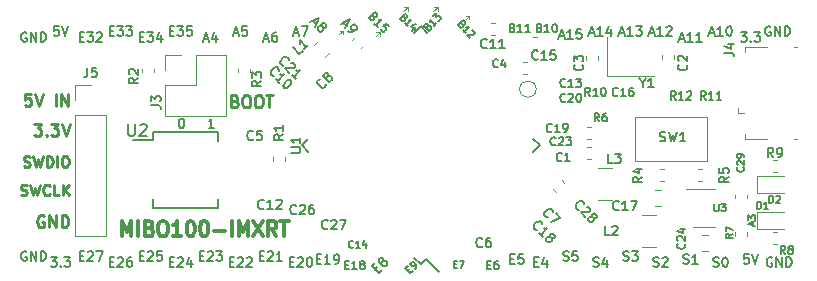
<source format=gto>
G04 #@! TF.GenerationSoftware,KiCad,Pcbnew,(5.0.0)*
G04 #@! TF.CreationDate,2018-11-21T21:11:44+01:00*
G04 #@! TF.ProjectId,mibo100_imxrt,6D69626F3130305F696D7872742E6B69,rev?*
G04 #@! TF.SameCoordinates,PX695f190PY429d390*
G04 #@! TF.FileFunction,Legend,Top*
G04 #@! TF.FilePolarity,Positive*
%FSLAX46Y46*%
G04 Gerber Fmt 4.6, Leading zero omitted, Abs format (unit mm)*
G04 Created by KiCad (PCBNEW (5.0.0)) date 11/21/18 21:11:44*
%MOMM*%
%LPD*%
G01*
G04 APERTURE LIST*
%ADD10C,0.150000*%
%ADD11C,0.300000*%
%ADD12C,0.250000*%
%ADD13C,0.225000*%
%ADD14C,0.200000*%
%ADD15C,0.120000*%
%ADD16C,0.175000*%
G04 APERTURE END LIST*
D10*
X62457000Y-19478571D02*
X62457000Y-19192857D01*
X62628428Y-19535714D02*
X62028428Y-19335714D01*
X62628428Y-19135714D01*
X62028428Y-18992857D02*
X62028428Y-18621428D01*
X62257000Y-18821428D01*
X62257000Y-18735714D01*
X62285571Y-18678571D01*
X62314142Y-18650000D01*
X62371285Y-18621428D01*
X62514142Y-18621428D01*
X62571285Y-18650000D01*
X62599857Y-18678571D01*
X62628428Y-18735714D01*
X62628428Y-18907142D01*
X62599857Y-18964285D01*
X62571285Y-18992857D01*
D11*
X8989714Y-20400095D02*
X8989714Y-19100095D01*
X9389714Y-20028666D01*
X9789714Y-19100095D01*
X9789714Y-20400095D01*
X10361142Y-20400095D02*
X10361142Y-19100095D01*
X11332571Y-19719142D02*
X11504000Y-19781047D01*
X11561142Y-19842952D01*
X11618285Y-19966761D01*
X11618285Y-20152476D01*
X11561142Y-20276285D01*
X11504000Y-20338190D01*
X11389714Y-20400095D01*
X10932571Y-20400095D01*
X10932571Y-19100095D01*
X11332571Y-19100095D01*
X11446857Y-19162000D01*
X11504000Y-19223904D01*
X11561142Y-19347714D01*
X11561142Y-19471523D01*
X11504000Y-19595333D01*
X11446857Y-19657238D01*
X11332571Y-19719142D01*
X10932571Y-19719142D01*
X12361142Y-19100095D02*
X12589714Y-19100095D01*
X12704000Y-19162000D01*
X12818285Y-19285809D01*
X12875428Y-19533428D01*
X12875428Y-19966761D01*
X12818285Y-20214380D01*
X12704000Y-20338190D01*
X12589714Y-20400095D01*
X12361142Y-20400095D01*
X12246857Y-20338190D01*
X12132571Y-20214380D01*
X12075428Y-19966761D01*
X12075428Y-19533428D01*
X12132571Y-19285809D01*
X12246857Y-19162000D01*
X12361142Y-19100095D01*
X14018285Y-20400095D02*
X13332571Y-20400095D01*
X13675428Y-20400095D02*
X13675428Y-19100095D01*
X13561142Y-19285809D01*
X13446857Y-19409619D01*
X13332571Y-19471523D01*
X14761142Y-19100095D02*
X14875428Y-19100095D01*
X14989714Y-19162000D01*
X15046857Y-19223904D01*
X15104000Y-19347714D01*
X15161142Y-19595333D01*
X15161142Y-19904857D01*
X15104000Y-20152476D01*
X15046857Y-20276285D01*
X14989714Y-20338190D01*
X14875428Y-20400095D01*
X14761142Y-20400095D01*
X14646857Y-20338190D01*
X14589714Y-20276285D01*
X14532571Y-20152476D01*
X14475428Y-19904857D01*
X14475428Y-19595333D01*
X14532571Y-19347714D01*
X14589714Y-19223904D01*
X14646857Y-19162000D01*
X14761142Y-19100095D01*
X15904000Y-19100095D02*
X16018285Y-19100095D01*
X16132571Y-19162000D01*
X16189714Y-19223904D01*
X16246857Y-19347714D01*
X16304000Y-19595333D01*
X16304000Y-19904857D01*
X16246857Y-20152476D01*
X16189714Y-20276285D01*
X16132571Y-20338190D01*
X16018285Y-20400095D01*
X15904000Y-20400095D01*
X15789714Y-20338190D01*
X15732571Y-20276285D01*
X15675428Y-20152476D01*
X15618285Y-19904857D01*
X15618285Y-19595333D01*
X15675428Y-19347714D01*
X15732571Y-19223904D01*
X15789714Y-19162000D01*
X15904000Y-19100095D01*
X16818285Y-19904857D02*
X17732571Y-19904857D01*
X18304000Y-20400095D02*
X18304000Y-19100095D01*
X18875428Y-20400095D02*
X18875428Y-19100095D01*
X19275428Y-20028666D01*
X19675428Y-19100095D01*
X19675428Y-20400095D01*
X20132571Y-19100095D02*
X20932571Y-20400095D01*
X20932571Y-19100095D02*
X20132571Y-20400095D01*
X22075428Y-20400095D02*
X21675428Y-19781047D01*
X21389714Y-20400095D02*
X21389714Y-19100095D01*
X21846857Y-19100095D01*
X21961142Y-19162000D01*
X22018285Y-19223904D01*
X22075428Y-19347714D01*
X22075428Y-19533428D01*
X22018285Y-19657238D01*
X21961142Y-19719142D01*
X21846857Y-19781047D01*
X21389714Y-19781047D01*
X22418285Y-19100095D02*
X23104000Y-19100095D01*
X22761142Y-20400095D02*
X22761142Y-19100095D01*
D12*
X2377785Y-18677000D02*
X2282547Y-18629380D01*
X2139690Y-18629380D01*
X1996833Y-18677000D01*
X1901595Y-18772238D01*
X1853976Y-18867476D01*
X1806357Y-19057952D01*
X1806357Y-19200809D01*
X1853976Y-19391285D01*
X1901595Y-19486523D01*
X1996833Y-19581761D01*
X2139690Y-19629380D01*
X2234928Y-19629380D01*
X2377785Y-19581761D01*
X2425404Y-19534142D01*
X2425404Y-19200809D01*
X2234928Y-19200809D01*
X2853976Y-19629380D02*
X2853976Y-18629380D01*
X3425404Y-19629380D01*
X3425404Y-18629380D01*
X3901595Y-19629380D02*
X3901595Y-18629380D01*
X4139690Y-18629380D01*
X4282547Y-18677000D01*
X4377785Y-18772238D01*
X4425404Y-18867476D01*
X4473023Y-19057952D01*
X4473023Y-19200809D01*
X4425404Y-19391285D01*
X4377785Y-19486523D01*
X4282547Y-19581761D01*
X4139690Y-19629380D01*
X3901595Y-19629380D01*
D13*
X436892Y-16874285D02*
X565464Y-16917142D01*
X779750Y-16917142D01*
X865464Y-16874285D01*
X908321Y-16831428D01*
X951178Y-16745714D01*
X951178Y-16660000D01*
X908321Y-16574285D01*
X865464Y-16531428D01*
X779750Y-16488571D01*
X608321Y-16445714D01*
X522607Y-16402857D01*
X479750Y-16360000D01*
X436892Y-16274285D01*
X436892Y-16188571D01*
X479750Y-16102857D01*
X522607Y-16060000D01*
X608321Y-16017142D01*
X822607Y-16017142D01*
X951178Y-16060000D01*
X1251178Y-16017142D02*
X1465464Y-16917142D01*
X1636892Y-16274285D01*
X1808321Y-16917142D01*
X2022607Y-16017142D01*
X2879750Y-16831428D02*
X2836892Y-16874285D01*
X2708321Y-16917142D01*
X2622607Y-16917142D01*
X2494035Y-16874285D01*
X2408321Y-16788571D01*
X2365464Y-16702857D01*
X2322607Y-16531428D01*
X2322607Y-16402857D01*
X2365464Y-16231428D01*
X2408321Y-16145714D01*
X2494035Y-16060000D01*
X2622607Y-16017142D01*
X2708321Y-16017142D01*
X2836892Y-16060000D01*
X2879750Y-16102857D01*
X3694035Y-16917142D02*
X3265464Y-16917142D01*
X3265464Y-16017142D01*
X3994035Y-16917142D02*
X3994035Y-16017142D01*
X4508321Y-16917142D02*
X4122607Y-16402857D01*
X4508321Y-16017142D02*
X3994035Y-16531428D01*
X694035Y-14461285D02*
X822607Y-14504142D01*
X1036892Y-14504142D01*
X1122607Y-14461285D01*
X1165464Y-14418428D01*
X1208321Y-14332714D01*
X1208321Y-14247000D01*
X1165464Y-14161285D01*
X1122607Y-14118428D01*
X1036892Y-14075571D01*
X865464Y-14032714D01*
X779750Y-13989857D01*
X736892Y-13947000D01*
X694035Y-13861285D01*
X694035Y-13775571D01*
X736892Y-13689857D01*
X779750Y-13647000D01*
X865464Y-13604142D01*
X1079750Y-13604142D01*
X1208321Y-13647000D01*
X1508321Y-13604142D02*
X1722607Y-14504142D01*
X1894035Y-13861285D01*
X2065464Y-14504142D01*
X2279750Y-13604142D01*
X2622607Y-14504142D02*
X2622607Y-13604142D01*
X2836892Y-13604142D01*
X2965464Y-13647000D01*
X3051178Y-13732714D01*
X3094035Y-13818428D01*
X3136892Y-13989857D01*
X3136892Y-14118428D01*
X3094035Y-14289857D01*
X3051178Y-14375571D01*
X2965464Y-14461285D01*
X2836892Y-14504142D01*
X2622607Y-14504142D01*
X3522607Y-14504142D02*
X3522607Y-13604142D01*
X4122607Y-13604142D02*
X4294035Y-13604142D01*
X4379750Y-13647000D01*
X4465464Y-13732714D01*
X4508321Y-13904142D01*
X4508321Y-14204142D01*
X4465464Y-14375571D01*
X4379750Y-14461285D01*
X4294035Y-14504142D01*
X4122607Y-14504142D01*
X4036892Y-14461285D01*
X3951178Y-14375571D01*
X3908321Y-14204142D01*
X3908321Y-13904142D01*
X3951178Y-13732714D01*
X4036892Y-13647000D01*
X4122607Y-13604142D01*
D12*
X1568261Y-10882380D02*
X2187309Y-10882380D01*
X1853976Y-11263333D01*
X1996833Y-11263333D01*
X2092071Y-11310952D01*
X2139690Y-11358571D01*
X2187309Y-11453809D01*
X2187309Y-11691904D01*
X2139690Y-11787142D01*
X2092071Y-11834761D01*
X1996833Y-11882380D01*
X1711119Y-11882380D01*
X1615880Y-11834761D01*
X1568261Y-11787142D01*
X2615880Y-11787142D02*
X2663500Y-11834761D01*
X2615880Y-11882380D01*
X2568261Y-11834761D01*
X2615880Y-11787142D01*
X2615880Y-11882380D01*
X2996833Y-10882380D02*
X3615880Y-10882380D01*
X3282547Y-11263333D01*
X3425404Y-11263333D01*
X3520642Y-11310952D01*
X3568261Y-11358571D01*
X3615880Y-11453809D01*
X3615880Y-11691904D01*
X3568261Y-11787142D01*
X3520642Y-11834761D01*
X3425404Y-11882380D01*
X3139690Y-11882380D01*
X3044452Y-11834761D01*
X2996833Y-11787142D01*
X3901595Y-10882380D02*
X4234928Y-11882380D01*
X4568261Y-10882380D01*
X1282547Y-8342380D02*
X806357Y-8342380D01*
X758738Y-8818571D01*
X806357Y-8770952D01*
X901595Y-8723333D01*
X1139690Y-8723333D01*
X1234928Y-8770952D01*
X1282547Y-8818571D01*
X1330166Y-8913809D01*
X1330166Y-9151904D01*
X1282547Y-9247142D01*
X1234928Y-9294761D01*
X1139690Y-9342380D01*
X901595Y-9342380D01*
X806357Y-9294761D01*
X758738Y-9247142D01*
X1615880Y-8342380D02*
X1949214Y-9342380D01*
X2282547Y-8342380D01*
X3377785Y-9342380D02*
X3377785Y-8342380D01*
X3853976Y-9342380D02*
X3853976Y-8342380D01*
X4425404Y-9342380D01*
X4425404Y-8342380D01*
D14*
X16802071Y-11220404D02*
X16344928Y-11220404D01*
X16573500Y-11220404D02*
X16573500Y-10420404D01*
X16497309Y-10534690D01*
X16421119Y-10610880D01*
X16344928Y-10648976D01*
X13995404Y-10420404D02*
X14071595Y-10420404D01*
X14147785Y-10458500D01*
X14185880Y-10496595D01*
X14223976Y-10572785D01*
X14262071Y-10725166D01*
X14262071Y-10915642D01*
X14223976Y-11068023D01*
X14185880Y-11144214D01*
X14147785Y-11182309D01*
X14071595Y-11220404D01*
X13995404Y-11220404D01*
X13919214Y-11182309D01*
X13881119Y-11144214D01*
X13843023Y-11068023D01*
X13804928Y-10915642D01*
X13804928Y-10725166D01*
X13843023Y-10572785D01*
X13881119Y-10496595D01*
X13919214Y-10458500D01*
X13995404Y-10420404D01*
D12*
X18581857Y-8945571D02*
X18724714Y-8993190D01*
X18772333Y-9040809D01*
X18819952Y-9136047D01*
X18819952Y-9278904D01*
X18772333Y-9374142D01*
X18724714Y-9421761D01*
X18629476Y-9469380D01*
X18248523Y-9469380D01*
X18248523Y-8469380D01*
X18581857Y-8469380D01*
X18677095Y-8517000D01*
X18724714Y-8564619D01*
X18772333Y-8659857D01*
X18772333Y-8755095D01*
X18724714Y-8850333D01*
X18677095Y-8897952D01*
X18581857Y-8945571D01*
X18248523Y-8945571D01*
X19439000Y-8469380D02*
X19629476Y-8469380D01*
X19724714Y-8517000D01*
X19819952Y-8612238D01*
X19867571Y-8802714D01*
X19867571Y-9136047D01*
X19819952Y-9326523D01*
X19724714Y-9421761D01*
X19629476Y-9469380D01*
X19439000Y-9469380D01*
X19343761Y-9421761D01*
X19248523Y-9326523D01*
X19200904Y-9136047D01*
X19200904Y-8802714D01*
X19248523Y-8612238D01*
X19343761Y-8517000D01*
X19439000Y-8469380D01*
X20486619Y-8469380D02*
X20677095Y-8469380D01*
X20772333Y-8517000D01*
X20867571Y-8612238D01*
X20915190Y-8802714D01*
X20915190Y-9136047D01*
X20867571Y-9326523D01*
X20772333Y-9421761D01*
X20677095Y-9469380D01*
X20486619Y-9469380D01*
X20391380Y-9421761D01*
X20296142Y-9326523D01*
X20248523Y-9136047D01*
X20248523Y-8802714D01*
X20296142Y-8612238D01*
X20391380Y-8517000D01*
X20486619Y-8469380D01*
X21200904Y-8469380D02*
X21772333Y-8469380D01*
X21486619Y-9469380D02*
X21486619Y-8469380D01*
D15*
X33210500Y-1016000D02*
X32829500Y-1333500D01*
X33210500Y-1016000D02*
X33210500Y-1333500D01*
X33210500Y-1016000D02*
X32893000Y-1016000D01*
X35750500Y-1016000D02*
X35369500Y-1333500D01*
X35750500Y-1016000D02*
X35750500Y-1333500D01*
X35750500Y-1016000D02*
X35433000Y-1016000D01*
X27749500Y-2984500D02*
X27368500Y-3302000D01*
X27749500Y-2984500D02*
X27749500Y-3302000D01*
X27749500Y-2984500D02*
X27432000Y-2984500D01*
X30861000Y-3111500D02*
X30480000Y-3429000D01*
X30861000Y-3111500D02*
X30543500Y-3111500D01*
X30861000Y-3111500D02*
X30861000Y-3429000D01*
X38417500Y-1714500D02*
X38417500Y-2032000D01*
X38417500Y-1714500D02*
X38100000Y-1714500D01*
X38417500Y-1714500D02*
X38100000Y-2032000D01*
D14*
X914476Y-3156000D02*
X838285Y-3117904D01*
X724000Y-3117904D01*
X609714Y-3156000D01*
X533523Y-3232190D01*
X495428Y-3308380D01*
X457333Y-3460761D01*
X457333Y-3575047D01*
X495428Y-3727428D01*
X533523Y-3803619D01*
X609714Y-3879809D01*
X724000Y-3917904D01*
X800190Y-3917904D01*
X914476Y-3879809D01*
X952571Y-3841714D01*
X952571Y-3575047D01*
X800190Y-3575047D01*
X1295428Y-3917904D02*
X1295428Y-3117904D01*
X1752571Y-3917904D01*
X1752571Y-3117904D01*
X2133523Y-3917904D02*
X2133523Y-3117904D01*
X2324000Y-3117904D01*
X2438285Y-3156000D01*
X2514476Y-3232190D01*
X2552571Y-3308380D01*
X2590666Y-3460761D01*
X2590666Y-3575047D01*
X2552571Y-3727428D01*
X2514476Y-3803619D01*
X2438285Y-3879809D01*
X2324000Y-3917904D01*
X2133523Y-3917904D01*
X3657619Y-2609904D02*
X3276666Y-2609904D01*
X3238571Y-2990857D01*
X3276666Y-2952761D01*
X3352857Y-2914666D01*
X3543333Y-2914666D01*
X3619523Y-2952761D01*
X3657619Y-2990857D01*
X3695714Y-3067047D01*
X3695714Y-3257523D01*
X3657619Y-3333714D01*
X3619523Y-3371809D01*
X3543333Y-3409904D01*
X3352857Y-3409904D01*
X3276666Y-3371809D01*
X3238571Y-3333714D01*
X3924285Y-2609904D02*
X4190952Y-3409904D01*
X4457619Y-2609904D01*
X5416666Y-3498857D02*
X5683333Y-3498857D01*
X5797619Y-3917904D02*
X5416666Y-3917904D01*
X5416666Y-3117904D01*
X5797619Y-3117904D01*
X6064285Y-3117904D02*
X6559523Y-3117904D01*
X6292857Y-3422666D01*
X6407142Y-3422666D01*
X6483333Y-3460761D01*
X6521428Y-3498857D01*
X6559523Y-3575047D01*
X6559523Y-3765523D01*
X6521428Y-3841714D01*
X6483333Y-3879809D01*
X6407142Y-3917904D01*
X6178571Y-3917904D01*
X6102380Y-3879809D01*
X6064285Y-3841714D01*
X6864285Y-3194095D02*
X6902380Y-3156000D01*
X6978571Y-3117904D01*
X7169047Y-3117904D01*
X7245238Y-3156000D01*
X7283333Y-3194095D01*
X7321428Y-3270285D01*
X7321428Y-3346476D01*
X7283333Y-3460761D01*
X6826190Y-3917904D01*
X7321428Y-3917904D01*
X7956666Y-2990857D02*
X8223333Y-2990857D01*
X8337619Y-3409904D02*
X7956666Y-3409904D01*
X7956666Y-2609904D01*
X8337619Y-2609904D01*
X8604285Y-2609904D02*
X9099523Y-2609904D01*
X8832857Y-2914666D01*
X8947142Y-2914666D01*
X9023333Y-2952761D01*
X9061428Y-2990857D01*
X9099523Y-3067047D01*
X9099523Y-3257523D01*
X9061428Y-3333714D01*
X9023333Y-3371809D01*
X8947142Y-3409904D01*
X8718571Y-3409904D01*
X8642380Y-3371809D01*
X8604285Y-3333714D01*
X9366190Y-2609904D02*
X9861428Y-2609904D01*
X9594761Y-2914666D01*
X9709047Y-2914666D01*
X9785238Y-2952761D01*
X9823333Y-2990857D01*
X9861428Y-3067047D01*
X9861428Y-3257523D01*
X9823333Y-3333714D01*
X9785238Y-3371809D01*
X9709047Y-3409904D01*
X9480476Y-3409904D01*
X9404285Y-3371809D01*
X9366190Y-3333714D01*
X10496666Y-3498857D02*
X10763333Y-3498857D01*
X10877619Y-3917904D02*
X10496666Y-3917904D01*
X10496666Y-3117904D01*
X10877619Y-3117904D01*
X11144285Y-3117904D02*
X11639523Y-3117904D01*
X11372857Y-3422666D01*
X11487142Y-3422666D01*
X11563333Y-3460761D01*
X11601428Y-3498857D01*
X11639523Y-3575047D01*
X11639523Y-3765523D01*
X11601428Y-3841714D01*
X11563333Y-3879809D01*
X11487142Y-3917904D01*
X11258571Y-3917904D01*
X11182380Y-3879809D01*
X11144285Y-3841714D01*
X12325238Y-3384571D02*
X12325238Y-3917904D01*
X12134761Y-3079809D02*
X11944285Y-3651238D01*
X12439523Y-3651238D01*
X13036666Y-2990857D02*
X13303333Y-2990857D01*
X13417619Y-3409904D02*
X13036666Y-3409904D01*
X13036666Y-2609904D01*
X13417619Y-2609904D01*
X13684285Y-2609904D02*
X14179523Y-2609904D01*
X13912857Y-2914666D01*
X14027142Y-2914666D01*
X14103333Y-2952761D01*
X14141428Y-2990857D01*
X14179523Y-3067047D01*
X14179523Y-3257523D01*
X14141428Y-3333714D01*
X14103333Y-3371809D01*
X14027142Y-3409904D01*
X13798571Y-3409904D01*
X13722380Y-3371809D01*
X13684285Y-3333714D01*
X14903333Y-2609904D02*
X14522380Y-2609904D01*
X14484285Y-2990857D01*
X14522380Y-2952761D01*
X14598571Y-2914666D01*
X14789047Y-2914666D01*
X14865238Y-2952761D01*
X14903333Y-2990857D01*
X14941428Y-3067047D01*
X14941428Y-3257523D01*
X14903333Y-3333714D01*
X14865238Y-3371809D01*
X14789047Y-3409904D01*
X14598571Y-3409904D01*
X14522380Y-3371809D01*
X14484285Y-3333714D01*
X15938571Y-3689333D02*
X16319523Y-3689333D01*
X15862380Y-3917904D02*
X16129047Y-3117904D01*
X16395714Y-3917904D01*
X17005238Y-3384571D02*
X17005238Y-3917904D01*
X16814761Y-3079809D02*
X16624285Y-3651238D01*
X17119523Y-3651238D01*
X18478571Y-3181333D02*
X18859523Y-3181333D01*
X18402380Y-3409904D02*
X18669047Y-2609904D01*
X18935714Y-3409904D01*
X19583333Y-2609904D02*
X19202380Y-2609904D01*
X19164285Y-2990857D01*
X19202380Y-2952761D01*
X19278571Y-2914666D01*
X19469047Y-2914666D01*
X19545238Y-2952761D01*
X19583333Y-2990857D01*
X19621428Y-3067047D01*
X19621428Y-3257523D01*
X19583333Y-3333714D01*
X19545238Y-3371809D01*
X19469047Y-3409904D01*
X19278571Y-3409904D01*
X19202380Y-3371809D01*
X19164285Y-3333714D01*
X21018571Y-3689333D02*
X21399523Y-3689333D01*
X20942380Y-3917904D02*
X21209047Y-3117904D01*
X21475714Y-3917904D01*
X22085238Y-3117904D02*
X21932857Y-3117904D01*
X21856666Y-3156000D01*
X21818571Y-3194095D01*
X21742380Y-3308380D01*
X21704285Y-3460761D01*
X21704285Y-3765523D01*
X21742380Y-3841714D01*
X21780476Y-3879809D01*
X21856666Y-3917904D01*
X22009047Y-3917904D01*
X22085238Y-3879809D01*
X22123333Y-3841714D01*
X22161428Y-3765523D01*
X22161428Y-3575047D01*
X22123333Y-3498857D01*
X22085238Y-3460761D01*
X22009047Y-3422666D01*
X21856666Y-3422666D01*
X21780476Y-3460761D01*
X21742380Y-3498857D01*
X21704285Y-3575047D01*
X23558571Y-3181333D02*
X23939523Y-3181333D01*
X23482380Y-3409904D02*
X23749047Y-2609904D01*
X24015714Y-3409904D01*
X24206190Y-2609904D02*
X24739523Y-2609904D01*
X24396666Y-3409904D01*
X25155658Y-2166719D02*
X25425032Y-2436093D01*
X24940158Y-2274469D02*
X25694406Y-1897345D01*
X25317282Y-2651593D01*
X25909905Y-2597718D02*
X25882967Y-2516906D01*
X25882967Y-2463031D01*
X25909905Y-2382219D01*
X25936842Y-2355281D01*
X26017654Y-2328344D01*
X26071529Y-2328344D01*
X26152341Y-2355281D01*
X26260091Y-2463031D01*
X26287028Y-2543843D01*
X26287028Y-2597718D01*
X26260091Y-2678530D01*
X26233154Y-2705467D01*
X26152341Y-2732405D01*
X26098467Y-2732405D01*
X26017654Y-2705467D01*
X25909905Y-2597718D01*
X25829093Y-2570780D01*
X25775218Y-2570780D01*
X25694406Y-2597718D01*
X25586656Y-2705467D01*
X25559719Y-2786280D01*
X25559719Y-2840154D01*
X25586656Y-2920967D01*
X25694406Y-3028716D01*
X25775218Y-3055654D01*
X25829093Y-3055654D01*
X25909905Y-3028716D01*
X26017654Y-2920967D01*
X26044592Y-2840154D01*
X26044592Y-2786280D01*
X26017654Y-2705467D01*
X27759158Y-2293719D02*
X28028532Y-2563093D01*
X27543658Y-2401469D02*
X28297906Y-2024345D01*
X27920782Y-2778593D01*
X28136281Y-2994092D02*
X28244031Y-3101841D01*
X28324843Y-3128779D01*
X28378718Y-3128779D01*
X28513405Y-3101841D01*
X28648092Y-3021029D01*
X28863591Y-2805530D01*
X28890528Y-2724718D01*
X28890528Y-2670843D01*
X28863591Y-2590031D01*
X28755841Y-2482281D01*
X28675029Y-2455344D01*
X28621154Y-2455344D01*
X28540342Y-2482281D01*
X28405655Y-2616968D01*
X28378718Y-2697780D01*
X28378718Y-2751655D01*
X28405655Y-2832467D01*
X28513405Y-2940217D01*
X28594217Y-2967154D01*
X28648092Y-2967154D01*
X28728904Y-2940217D01*
D16*
X30333306Y-1814595D02*
X30380446Y-1908876D01*
X30380446Y-1956016D01*
X30356876Y-2026727D01*
X30286165Y-2097438D01*
X30215455Y-2121008D01*
X30168314Y-2121008D01*
X30097603Y-2097438D01*
X29909042Y-1908876D01*
X30404016Y-1413901D01*
X30569008Y-1578893D01*
X30592578Y-1649603D01*
X30592578Y-1696744D01*
X30569008Y-1767455D01*
X30521867Y-1814595D01*
X30451157Y-1838165D01*
X30404016Y-1838165D01*
X30333306Y-1814595D01*
X30168314Y-1649603D01*
X30663289Y-2663123D02*
X30380446Y-2380280D01*
X30521867Y-2521702D02*
X31016842Y-2026727D01*
X30898991Y-2050297D01*
X30804710Y-2050297D01*
X30734000Y-2026727D01*
X31606098Y-2615983D02*
X31370396Y-2380280D01*
X31111123Y-2592412D01*
X31158264Y-2592412D01*
X31228974Y-2615983D01*
X31346825Y-2733834D01*
X31370396Y-2804544D01*
X31370396Y-2851685D01*
X31346825Y-2922396D01*
X31228974Y-3040247D01*
X31158264Y-3063817D01*
X31111123Y-3063817D01*
X31040412Y-3040247D01*
X30922561Y-2922396D01*
X30898991Y-2851685D01*
X30898991Y-2804544D01*
D10*
X32930548Y-1881938D02*
X32970954Y-1962751D01*
X32970954Y-2003157D01*
X32950751Y-2063766D01*
X32890142Y-2124375D01*
X32829532Y-2144578D01*
X32789126Y-2144578D01*
X32728517Y-2124375D01*
X32566893Y-1962751D01*
X32991157Y-1538487D01*
X33132578Y-1679908D01*
X33152781Y-1740517D01*
X33152781Y-1780923D01*
X33132578Y-1841532D01*
X33092172Y-1881938D01*
X33031563Y-1902142D01*
X32991157Y-1902142D01*
X32930548Y-1881938D01*
X32789126Y-1740517D01*
X33213390Y-2609248D02*
X32970954Y-2366812D01*
X33092172Y-2488030D02*
X33516436Y-2063766D01*
X33415421Y-2083969D01*
X33334609Y-2083969D01*
X33274000Y-2063766D01*
X33859888Y-2690061D02*
X33577045Y-2972903D01*
X33920497Y-2427421D02*
X33516436Y-2629451D01*
X33779076Y-2892091D01*
X34901938Y-2629451D02*
X34982751Y-2589045D01*
X35023157Y-2589045D01*
X35083766Y-2609248D01*
X35144375Y-2669857D01*
X35164578Y-2730467D01*
X35164578Y-2770873D01*
X35144375Y-2831482D01*
X34982751Y-2993106D01*
X34558487Y-2568842D01*
X34699908Y-2427421D01*
X34760517Y-2407218D01*
X34800923Y-2407218D01*
X34861532Y-2427421D01*
X34901938Y-2467827D01*
X34922142Y-2528436D01*
X34922142Y-2568842D01*
X34901938Y-2629451D01*
X34760517Y-2770873D01*
X35629248Y-2346609D02*
X35386812Y-2589045D01*
X35508030Y-2467827D02*
X35083766Y-2043563D01*
X35103969Y-2144578D01*
X35103969Y-2225390D01*
X35083766Y-2286000D01*
X35346406Y-1780923D02*
X35609045Y-1518284D01*
X35629248Y-1821329D01*
X35689857Y-1760720D01*
X35750467Y-1740517D01*
X35790873Y-1740517D01*
X35851482Y-1760720D01*
X35952497Y-1861735D01*
X35972700Y-1922345D01*
X35972700Y-1962751D01*
X35952497Y-2023360D01*
X35831279Y-2144578D01*
X35770670Y-2164781D01*
X35730264Y-2164781D01*
X37820048Y-2453438D02*
X37860454Y-2534251D01*
X37860454Y-2574657D01*
X37840251Y-2635266D01*
X37779642Y-2695875D01*
X37719032Y-2716078D01*
X37678626Y-2716078D01*
X37618017Y-2695875D01*
X37456393Y-2534251D01*
X37880657Y-2109987D01*
X38022078Y-2251408D01*
X38042281Y-2312017D01*
X38042281Y-2352423D01*
X38022078Y-2413032D01*
X37981672Y-2453438D01*
X37921063Y-2473642D01*
X37880657Y-2473642D01*
X37820048Y-2453438D01*
X37678626Y-2312017D01*
X38102890Y-3180748D02*
X37860454Y-2938312D01*
X37981672Y-3059530D02*
X38405936Y-2635266D01*
X38304921Y-2655469D01*
X38224109Y-2655469D01*
X38163500Y-2635266D01*
X38648373Y-2958515D02*
X38688779Y-2958515D01*
X38749388Y-2978718D01*
X38850403Y-3079733D01*
X38870606Y-3140342D01*
X38870606Y-3180748D01*
X38850403Y-3241357D01*
X38809997Y-3281764D01*
X38729185Y-3322170D01*
X38244312Y-3322170D01*
X38506951Y-3584809D01*
D16*
X42055333Y-2744000D02*
X42155333Y-2777333D01*
X42188666Y-2810666D01*
X42222000Y-2877333D01*
X42222000Y-2977333D01*
X42188666Y-3044000D01*
X42155333Y-3077333D01*
X42088666Y-3110666D01*
X41822000Y-3110666D01*
X41822000Y-2410666D01*
X42055333Y-2410666D01*
X42122000Y-2444000D01*
X42155333Y-2477333D01*
X42188666Y-2544000D01*
X42188666Y-2610666D01*
X42155333Y-2677333D01*
X42122000Y-2710666D01*
X42055333Y-2744000D01*
X41822000Y-2744000D01*
X42888666Y-3110666D02*
X42488666Y-3110666D01*
X42688666Y-3110666D02*
X42688666Y-2410666D01*
X42622000Y-2510666D01*
X42555333Y-2577333D01*
X42488666Y-2610666D01*
X43555333Y-3110666D02*
X43155333Y-3110666D01*
X43355333Y-3110666D02*
X43355333Y-2410666D01*
X43288666Y-2510666D01*
X43222000Y-2577333D01*
X43155333Y-2610666D01*
X44341333Y-2744000D02*
X44441333Y-2777333D01*
X44474666Y-2810666D01*
X44508000Y-2877333D01*
X44508000Y-2977333D01*
X44474666Y-3044000D01*
X44441333Y-3077333D01*
X44374666Y-3110666D01*
X44108000Y-3110666D01*
X44108000Y-2410666D01*
X44341333Y-2410666D01*
X44408000Y-2444000D01*
X44441333Y-2477333D01*
X44474666Y-2544000D01*
X44474666Y-2610666D01*
X44441333Y-2677333D01*
X44408000Y-2710666D01*
X44341333Y-2744000D01*
X44108000Y-2744000D01*
X45174666Y-3110666D02*
X44774666Y-3110666D01*
X44974666Y-3110666D02*
X44974666Y-2410666D01*
X44908000Y-2510666D01*
X44841333Y-2577333D01*
X44774666Y-2610666D01*
X45608000Y-2410666D02*
X45674666Y-2410666D01*
X45741333Y-2444000D01*
X45774666Y-2477333D01*
X45808000Y-2544000D01*
X45841333Y-2677333D01*
X45841333Y-2844000D01*
X45808000Y-2977333D01*
X45774666Y-3044000D01*
X45741333Y-3077333D01*
X45674666Y-3110666D01*
X45608000Y-3110666D01*
X45541333Y-3077333D01*
X45508000Y-3044000D01*
X45474666Y-2977333D01*
X45441333Y-2844000D01*
X45441333Y-2677333D01*
X45474666Y-2544000D01*
X45508000Y-2477333D01*
X45541333Y-2444000D01*
X45608000Y-2410666D01*
D14*
X46037619Y-3435333D02*
X46418571Y-3435333D01*
X45961428Y-3663904D02*
X46228095Y-2863904D01*
X46494761Y-3663904D01*
X47180476Y-3663904D02*
X46723333Y-3663904D01*
X46951904Y-3663904D02*
X46951904Y-2863904D01*
X46875714Y-2978190D01*
X46799523Y-3054380D01*
X46723333Y-3092476D01*
X47904285Y-2863904D02*
X47523333Y-2863904D01*
X47485238Y-3244857D01*
X47523333Y-3206761D01*
X47599523Y-3168666D01*
X47790000Y-3168666D01*
X47866190Y-3206761D01*
X47904285Y-3244857D01*
X47942380Y-3321047D01*
X47942380Y-3511523D01*
X47904285Y-3587714D01*
X47866190Y-3625809D01*
X47790000Y-3663904D01*
X47599523Y-3663904D01*
X47523333Y-3625809D01*
X47485238Y-3587714D01*
X48577619Y-3181333D02*
X48958571Y-3181333D01*
X48501428Y-3409904D02*
X48768095Y-2609904D01*
X49034761Y-3409904D01*
X49720476Y-3409904D02*
X49263333Y-3409904D01*
X49491904Y-3409904D02*
X49491904Y-2609904D01*
X49415714Y-2724190D01*
X49339523Y-2800380D01*
X49263333Y-2838476D01*
X50406190Y-2876571D02*
X50406190Y-3409904D01*
X50215714Y-2571809D02*
X50025238Y-3143238D01*
X50520476Y-3143238D01*
X51117619Y-3181333D02*
X51498571Y-3181333D01*
X51041428Y-3409904D02*
X51308095Y-2609904D01*
X51574761Y-3409904D01*
X52260476Y-3409904D02*
X51803333Y-3409904D01*
X52031904Y-3409904D02*
X52031904Y-2609904D01*
X51955714Y-2724190D01*
X51879523Y-2800380D01*
X51803333Y-2838476D01*
X52527142Y-2609904D02*
X53022380Y-2609904D01*
X52755714Y-2914666D01*
X52870000Y-2914666D01*
X52946190Y-2952761D01*
X52984285Y-2990857D01*
X53022380Y-3067047D01*
X53022380Y-3257523D01*
X52984285Y-3333714D01*
X52946190Y-3371809D01*
X52870000Y-3409904D01*
X52641428Y-3409904D01*
X52565238Y-3371809D01*
X52527142Y-3333714D01*
X53657619Y-3181333D02*
X54038571Y-3181333D01*
X53581428Y-3409904D02*
X53848095Y-2609904D01*
X54114761Y-3409904D01*
X54800476Y-3409904D02*
X54343333Y-3409904D01*
X54571904Y-3409904D02*
X54571904Y-2609904D01*
X54495714Y-2724190D01*
X54419523Y-2800380D01*
X54343333Y-2838476D01*
X55105238Y-2686095D02*
X55143333Y-2648000D01*
X55219523Y-2609904D01*
X55410000Y-2609904D01*
X55486190Y-2648000D01*
X55524285Y-2686095D01*
X55562380Y-2762285D01*
X55562380Y-2838476D01*
X55524285Y-2952761D01*
X55067142Y-3409904D01*
X55562380Y-3409904D01*
X56197619Y-3689333D02*
X56578571Y-3689333D01*
X56121428Y-3917904D02*
X56388095Y-3117904D01*
X56654761Y-3917904D01*
X57340476Y-3917904D02*
X56883333Y-3917904D01*
X57111904Y-3917904D02*
X57111904Y-3117904D01*
X57035714Y-3232190D01*
X56959523Y-3308380D01*
X56883333Y-3346476D01*
X58102380Y-3917904D02*
X57645238Y-3917904D01*
X57873809Y-3917904D02*
X57873809Y-3117904D01*
X57797619Y-3232190D01*
X57721428Y-3308380D01*
X57645238Y-3346476D01*
X58737619Y-3181333D02*
X59118571Y-3181333D01*
X58661428Y-3409904D02*
X58928095Y-2609904D01*
X59194761Y-3409904D01*
X59880476Y-3409904D02*
X59423333Y-3409904D01*
X59651904Y-3409904D02*
X59651904Y-2609904D01*
X59575714Y-2724190D01*
X59499523Y-2800380D01*
X59423333Y-2838476D01*
X60375714Y-2609904D02*
X60451904Y-2609904D01*
X60528095Y-2648000D01*
X60566190Y-2686095D01*
X60604285Y-2762285D01*
X60642380Y-2914666D01*
X60642380Y-3105142D01*
X60604285Y-3257523D01*
X60566190Y-3333714D01*
X60528095Y-3371809D01*
X60451904Y-3409904D01*
X60375714Y-3409904D01*
X60299523Y-3371809D01*
X60261428Y-3333714D01*
X60223333Y-3257523D01*
X60185238Y-3105142D01*
X60185238Y-2914666D01*
X60223333Y-2762285D01*
X60261428Y-2686095D01*
X60299523Y-2648000D01*
X60375714Y-2609904D01*
X61391904Y-3117904D02*
X61887142Y-3117904D01*
X61620476Y-3422666D01*
X61734761Y-3422666D01*
X61810952Y-3460761D01*
X61849047Y-3498857D01*
X61887142Y-3575047D01*
X61887142Y-3765523D01*
X61849047Y-3841714D01*
X61810952Y-3879809D01*
X61734761Y-3917904D01*
X61506190Y-3917904D01*
X61430000Y-3879809D01*
X61391904Y-3841714D01*
X62230000Y-3841714D02*
X62268095Y-3879809D01*
X62230000Y-3917904D01*
X62191904Y-3879809D01*
X62230000Y-3841714D01*
X62230000Y-3917904D01*
X62534761Y-3117904D02*
X63030000Y-3117904D01*
X62763333Y-3422666D01*
X62877619Y-3422666D01*
X62953809Y-3460761D01*
X62991904Y-3498857D01*
X63030000Y-3575047D01*
X63030000Y-3765523D01*
X62991904Y-3841714D01*
X62953809Y-3879809D01*
X62877619Y-3917904D01*
X62649047Y-3917904D01*
X62572857Y-3879809D01*
X62534761Y-3841714D01*
X63906476Y-2648000D02*
X63830285Y-2609904D01*
X63716000Y-2609904D01*
X63601714Y-2648000D01*
X63525523Y-2724190D01*
X63487428Y-2800380D01*
X63449333Y-2952761D01*
X63449333Y-3067047D01*
X63487428Y-3219428D01*
X63525523Y-3295619D01*
X63601714Y-3371809D01*
X63716000Y-3409904D01*
X63792190Y-3409904D01*
X63906476Y-3371809D01*
X63944571Y-3333714D01*
X63944571Y-3067047D01*
X63792190Y-3067047D01*
X64287428Y-3409904D02*
X64287428Y-2609904D01*
X64744571Y-3409904D01*
X64744571Y-2609904D01*
X65125523Y-3409904D02*
X65125523Y-2609904D01*
X65316000Y-2609904D01*
X65430285Y-2648000D01*
X65506476Y-2724190D01*
X65544571Y-2800380D01*
X65582666Y-2952761D01*
X65582666Y-3067047D01*
X65544571Y-3219428D01*
X65506476Y-3295619D01*
X65430285Y-3371809D01*
X65316000Y-3409904D01*
X65125523Y-3409904D01*
X914476Y-21698000D02*
X838285Y-21659904D01*
X724000Y-21659904D01*
X609714Y-21698000D01*
X533523Y-21774190D01*
X495428Y-21850380D01*
X457333Y-22002761D01*
X457333Y-22117047D01*
X495428Y-22269428D01*
X533523Y-22345619D01*
X609714Y-22421809D01*
X724000Y-22459904D01*
X800190Y-22459904D01*
X914476Y-22421809D01*
X952571Y-22383714D01*
X952571Y-22117047D01*
X800190Y-22117047D01*
X1295428Y-22459904D02*
X1295428Y-21659904D01*
X1752571Y-22459904D01*
X1752571Y-21659904D01*
X2133523Y-22459904D02*
X2133523Y-21659904D01*
X2324000Y-21659904D01*
X2438285Y-21698000D01*
X2514476Y-21774190D01*
X2552571Y-21850380D01*
X2590666Y-22002761D01*
X2590666Y-22117047D01*
X2552571Y-22269428D01*
X2514476Y-22345619D01*
X2438285Y-22421809D01*
X2324000Y-22459904D01*
X2133523Y-22459904D01*
X2971904Y-22167904D02*
X3467142Y-22167904D01*
X3200476Y-22472666D01*
X3314761Y-22472666D01*
X3390952Y-22510761D01*
X3429047Y-22548857D01*
X3467142Y-22625047D01*
X3467142Y-22815523D01*
X3429047Y-22891714D01*
X3390952Y-22929809D01*
X3314761Y-22967904D01*
X3086190Y-22967904D01*
X3010000Y-22929809D01*
X2971904Y-22891714D01*
X3810000Y-22891714D02*
X3848095Y-22929809D01*
X3810000Y-22967904D01*
X3771904Y-22929809D01*
X3810000Y-22891714D01*
X3810000Y-22967904D01*
X4114761Y-22167904D02*
X4610000Y-22167904D01*
X4343333Y-22472666D01*
X4457619Y-22472666D01*
X4533809Y-22510761D01*
X4571904Y-22548857D01*
X4610000Y-22625047D01*
X4610000Y-22815523D01*
X4571904Y-22891714D01*
X4533809Y-22929809D01*
X4457619Y-22967904D01*
X4229047Y-22967904D01*
X4152857Y-22929809D01*
X4114761Y-22891714D01*
X5416666Y-22040857D02*
X5683333Y-22040857D01*
X5797619Y-22459904D02*
X5416666Y-22459904D01*
X5416666Y-21659904D01*
X5797619Y-21659904D01*
X6102380Y-21736095D02*
X6140476Y-21698000D01*
X6216666Y-21659904D01*
X6407142Y-21659904D01*
X6483333Y-21698000D01*
X6521428Y-21736095D01*
X6559523Y-21812285D01*
X6559523Y-21888476D01*
X6521428Y-22002761D01*
X6064285Y-22459904D01*
X6559523Y-22459904D01*
X6826190Y-21659904D02*
X7359523Y-21659904D01*
X7016666Y-22459904D01*
X7956666Y-22548857D02*
X8223333Y-22548857D01*
X8337619Y-22967904D02*
X7956666Y-22967904D01*
X7956666Y-22167904D01*
X8337619Y-22167904D01*
X8642380Y-22244095D02*
X8680476Y-22206000D01*
X8756666Y-22167904D01*
X8947142Y-22167904D01*
X9023333Y-22206000D01*
X9061428Y-22244095D01*
X9099523Y-22320285D01*
X9099523Y-22396476D01*
X9061428Y-22510761D01*
X8604285Y-22967904D01*
X9099523Y-22967904D01*
X9785238Y-22167904D02*
X9632857Y-22167904D01*
X9556666Y-22206000D01*
X9518571Y-22244095D01*
X9442380Y-22358380D01*
X9404285Y-22510761D01*
X9404285Y-22815523D01*
X9442380Y-22891714D01*
X9480476Y-22929809D01*
X9556666Y-22967904D01*
X9709047Y-22967904D01*
X9785238Y-22929809D01*
X9823333Y-22891714D01*
X9861428Y-22815523D01*
X9861428Y-22625047D01*
X9823333Y-22548857D01*
X9785238Y-22510761D01*
X9709047Y-22472666D01*
X9556666Y-22472666D01*
X9480476Y-22510761D01*
X9442380Y-22548857D01*
X9404285Y-22625047D01*
X10496666Y-22040857D02*
X10763333Y-22040857D01*
X10877619Y-22459904D02*
X10496666Y-22459904D01*
X10496666Y-21659904D01*
X10877619Y-21659904D01*
X11182380Y-21736095D02*
X11220476Y-21698000D01*
X11296666Y-21659904D01*
X11487142Y-21659904D01*
X11563333Y-21698000D01*
X11601428Y-21736095D01*
X11639523Y-21812285D01*
X11639523Y-21888476D01*
X11601428Y-22002761D01*
X11144285Y-22459904D01*
X11639523Y-22459904D01*
X12363333Y-21659904D02*
X11982380Y-21659904D01*
X11944285Y-22040857D01*
X11982380Y-22002761D01*
X12058571Y-21964666D01*
X12249047Y-21964666D01*
X12325238Y-22002761D01*
X12363333Y-22040857D01*
X12401428Y-22117047D01*
X12401428Y-22307523D01*
X12363333Y-22383714D01*
X12325238Y-22421809D01*
X12249047Y-22459904D01*
X12058571Y-22459904D01*
X11982380Y-22421809D01*
X11944285Y-22383714D01*
X13036666Y-22548857D02*
X13303333Y-22548857D01*
X13417619Y-22967904D02*
X13036666Y-22967904D01*
X13036666Y-22167904D01*
X13417619Y-22167904D01*
X13722380Y-22244095D02*
X13760476Y-22206000D01*
X13836666Y-22167904D01*
X14027142Y-22167904D01*
X14103333Y-22206000D01*
X14141428Y-22244095D01*
X14179523Y-22320285D01*
X14179523Y-22396476D01*
X14141428Y-22510761D01*
X13684285Y-22967904D01*
X14179523Y-22967904D01*
X14865238Y-22434571D02*
X14865238Y-22967904D01*
X14674761Y-22129809D02*
X14484285Y-22701238D01*
X14979523Y-22701238D01*
X15576666Y-22040857D02*
X15843333Y-22040857D01*
X15957619Y-22459904D02*
X15576666Y-22459904D01*
X15576666Y-21659904D01*
X15957619Y-21659904D01*
X16262380Y-21736095D02*
X16300476Y-21698000D01*
X16376666Y-21659904D01*
X16567142Y-21659904D01*
X16643333Y-21698000D01*
X16681428Y-21736095D01*
X16719523Y-21812285D01*
X16719523Y-21888476D01*
X16681428Y-22002761D01*
X16224285Y-22459904D01*
X16719523Y-22459904D01*
X16986190Y-21659904D02*
X17481428Y-21659904D01*
X17214761Y-21964666D01*
X17329047Y-21964666D01*
X17405238Y-22002761D01*
X17443333Y-22040857D01*
X17481428Y-22117047D01*
X17481428Y-22307523D01*
X17443333Y-22383714D01*
X17405238Y-22421809D01*
X17329047Y-22459904D01*
X17100476Y-22459904D01*
X17024285Y-22421809D01*
X16986190Y-22383714D01*
X18116666Y-22548857D02*
X18383333Y-22548857D01*
X18497619Y-22967904D02*
X18116666Y-22967904D01*
X18116666Y-22167904D01*
X18497619Y-22167904D01*
X18802380Y-22244095D02*
X18840476Y-22206000D01*
X18916666Y-22167904D01*
X19107142Y-22167904D01*
X19183333Y-22206000D01*
X19221428Y-22244095D01*
X19259523Y-22320285D01*
X19259523Y-22396476D01*
X19221428Y-22510761D01*
X18764285Y-22967904D01*
X19259523Y-22967904D01*
X19564285Y-22244095D02*
X19602380Y-22206000D01*
X19678571Y-22167904D01*
X19869047Y-22167904D01*
X19945238Y-22206000D01*
X19983333Y-22244095D01*
X20021428Y-22320285D01*
X20021428Y-22396476D01*
X19983333Y-22510761D01*
X19526190Y-22967904D01*
X20021428Y-22967904D01*
X20656666Y-22040857D02*
X20923333Y-22040857D01*
X21037619Y-22459904D02*
X20656666Y-22459904D01*
X20656666Y-21659904D01*
X21037619Y-21659904D01*
X21342380Y-21736095D02*
X21380476Y-21698000D01*
X21456666Y-21659904D01*
X21647142Y-21659904D01*
X21723333Y-21698000D01*
X21761428Y-21736095D01*
X21799523Y-21812285D01*
X21799523Y-21888476D01*
X21761428Y-22002761D01*
X21304285Y-22459904D01*
X21799523Y-22459904D01*
X22561428Y-22459904D02*
X22104285Y-22459904D01*
X22332857Y-22459904D02*
X22332857Y-21659904D01*
X22256666Y-21774190D01*
X22180476Y-21850380D01*
X22104285Y-21888476D01*
X23196666Y-22548857D02*
X23463333Y-22548857D01*
X23577619Y-22967904D02*
X23196666Y-22967904D01*
X23196666Y-22167904D01*
X23577619Y-22167904D01*
X23882380Y-22244095D02*
X23920476Y-22206000D01*
X23996666Y-22167904D01*
X24187142Y-22167904D01*
X24263333Y-22206000D01*
X24301428Y-22244095D01*
X24339523Y-22320285D01*
X24339523Y-22396476D01*
X24301428Y-22510761D01*
X23844285Y-22967904D01*
X24339523Y-22967904D01*
X24834761Y-22167904D02*
X24910952Y-22167904D01*
X24987142Y-22206000D01*
X25025238Y-22244095D01*
X25063333Y-22320285D01*
X25101428Y-22472666D01*
X25101428Y-22663142D01*
X25063333Y-22815523D01*
X25025238Y-22891714D01*
X24987142Y-22929809D01*
X24910952Y-22967904D01*
X24834761Y-22967904D01*
X24758571Y-22929809D01*
X24720476Y-22891714D01*
X24682380Y-22815523D01*
X24644285Y-22663142D01*
X24644285Y-22472666D01*
X24682380Y-22320285D01*
X24720476Y-22244095D01*
X24758571Y-22206000D01*
X24834761Y-22167904D01*
X25482666Y-22294857D02*
X25749333Y-22294857D01*
X25863619Y-22713904D02*
X25482666Y-22713904D01*
X25482666Y-21913904D01*
X25863619Y-21913904D01*
X26625523Y-22713904D02*
X26168380Y-22713904D01*
X26396952Y-22713904D02*
X26396952Y-21913904D01*
X26320761Y-22028190D01*
X26244571Y-22104380D01*
X26168380Y-22142476D01*
X27006476Y-22713904D02*
X27158857Y-22713904D01*
X27235047Y-22675809D01*
X27273142Y-22637714D01*
X27349333Y-22523428D01*
X27387428Y-22371047D01*
X27387428Y-22066285D01*
X27349333Y-21990095D01*
X27311238Y-21952000D01*
X27235047Y-21913904D01*
X27082666Y-21913904D01*
X27006476Y-21952000D01*
X26968380Y-21990095D01*
X26930285Y-22066285D01*
X26930285Y-22256761D01*
X26968380Y-22332952D01*
X27006476Y-22371047D01*
X27082666Y-22409142D01*
X27235047Y-22409142D01*
X27311238Y-22371047D01*
X27349333Y-22332952D01*
X27387428Y-22256761D01*
D16*
X27885333Y-22810000D02*
X28118666Y-22810000D01*
X28218666Y-23176666D02*
X27885333Y-23176666D01*
X27885333Y-22476666D01*
X28218666Y-22476666D01*
X28885333Y-23176666D02*
X28485333Y-23176666D01*
X28685333Y-23176666D02*
X28685333Y-22476666D01*
X28618666Y-22576666D01*
X28552000Y-22643333D01*
X28485333Y-22676666D01*
X29285333Y-22776666D02*
X29218666Y-22743333D01*
X29185333Y-22710000D01*
X29152000Y-22643333D01*
X29152000Y-22610000D01*
X29185333Y-22543333D01*
X29218666Y-22510000D01*
X29285333Y-22476666D01*
X29418666Y-22476666D01*
X29485333Y-22510000D01*
X29518666Y-22543333D01*
X29552000Y-22610000D01*
X29552000Y-22643333D01*
X29518666Y-22710000D01*
X29485333Y-22743333D01*
X29418666Y-22776666D01*
X29285333Y-22776666D01*
X29218666Y-22810000D01*
X29185333Y-22843333D01*
X29152000Y-22910000D01*
X29152000Y-23043333D01*
X29185333Y-23110000D01*
X29218666Y-23143333D01*
X29285333Y-23176666D01*
X29418666Y-23176666D01*
X29485333Y-23143333D01*
X29518666Y-23110000D01*
X29552000Y-23043333D01*
X29552000Y-22910000D01*
X29518666Y-22843333D01*
X29485333Y-22810000D01*
X29418666Y-22776666D01*
D14*
X30430001Y-23210186D02*
X30618563Y-23021624D01*
X30995687Y-23237123D02*
X30726312Y-23506497D01*
X30160627Y-22940812D01*
X30430001Y-22671438D01*
X30995687Y-22590625D02*
X30914874Y-22617563D01*
X30861000Y-22617563D01*
X30780187Y-22590625D01*
X30753250Y-22563688D01*
X30726312Y-22482876D01*
X30726312Y-22429001D01*
X30753250Y-22348189D01*
X30861000Y-22240439D01*
X30941812Y-22213502D01*
X30995687Y-22213502D01*
X31076499Y-22240439D01*
X31103436Y-22267377D01*
X31130374Y-22348189D01*
X31130374Y-22402064D01*
X31103436Y-22482876D01*
X30995687Y-22590625D01*
X30968749Y-22671438D01*
X30968749Y-22725312D01*
X30995687Y-22806125D01*
X31103436Y-22913874D01*
X31184248Y-22940812D01*
X31238123Y-22940812D01*
X31318935Y-22913874D01*
X31426685Y-22806125D01*
X31453622Y-22725312D01*
X31453622Y-22671438D01*
X31426685Y-22590625D01*
X31318935Y-22482876D01*
X31238123Y-22455938D01*
X31184248Y-22455938D01*
X31103436Y-22482876D01*
D10*
X33204751Y-23313139D02*
X33346172Y-23171718D01*
X33629015Y-23333342D02*
X33426984Y-23535373D01*
X33002720Y-23111109D01*
X33204751Y-22909078D01*
X33831045Y-23131312D02*
X33911857Y-23050500D01*
X33932061Y-22989890D01*
X33932061Y-22949484D01*
X33911857Y-22848469D01*
X33851248Y-22747454D01*
X33689624Y-22585829D01*
X33629015Y-22565626D01*
X33588609Y-22565626D01*
X33528000Y-22585829D01*
X33447187Y-22666642D01*
X33426984Y-22727251D01*
X33426984Y-22767657D01*
X33447187Y-22828266D01*
X33548203Y-22929281D01*
X33608812Y-22949484D01*
X33649218Y-22949484D01*
X33709827Y-22929281D01*
X33790639Y-22848469D01*
X33810842Y-22787860D01*
X33810842Y-22747454D01*
X33790639Y-22686845D01*
X37114214Y-22753642D02*
X37314214Y-22753642D01*
X37399928Y-23067928D02*
X37114214Y-23067928D01*
X37114214Y-22467928D01*
X37399928Y-22467928D01*
X37599928Y-22467928D02*
X37999928Y-22467928D01*
X37742785Y-23067928D01*
D16*
X39902666Y-22810000D02*
X40136000Y-22810000D01*
X40236000Y-23176666D02*
X39902666Y-23176666D01*
X39902666Y-22476666D01*
X40236000Y-22476666D01*
X40836000Y-22476666D02*
X40702666Y-22476666D01*
X40636000Y-22510000D01*
X40602666Y-22543333D01*
X40536000Y-22643333D01*
X40502666Y-22776666D01*
X40502666Y-23043333D01*
X40536000Y-23110000D01*
X40569333Y-23143333D01*
X40636000Y-23176666D01*
X40769333Y-23176666D01*
X40836000Y-23143333D01*
X40869333Y-23110000D01*
X40902666Y-23043333D01*
X40902666Y-22876666D01*
X40869333Y-22810000D01*
X40836000Y-22776666D01*
X40769333Y-22743333D01*
X40636000Y-22743333D01*
X40569333Y-22776666D01*
X40536000Y-22810000D01*
X40502666Y-22876666D01*
D14*
X41865619Y-22294857D02*
X42132285Y-22294857D01*
X42246571Y-22713904D02*
X41865619Y-22713904D01*
X41865619Y-21913904D01*
X42246571Y-21913904D01*
X42970380Y-21913904D02*
X42589428Y-21913904D01*
X42551333Y-22294857D01*
X42589428Y-22256761D01*
X42665619Y-22218666D01*
X42856095Y-22218666D01*
X42932285Y-22256761D01*
X42970380Y-22294857D01*
X43008476Y-22371047D01*
X43008476Y-22561523D01*
X42970380Y-22637714D01*
X42932285Y-22675809D01*
X42856095Y-22713904D01*
X42665619Y-22713904D01*
X42589428Y-22675809D01*
X42551333Y-22637714D01*
X43897619Y-22548857D02*
X44164285Y-22548857D01*
X44278571Y-22967904D02*
X43897619Y-22967904D01*
X43897619Y-22167904D01*
X44278571Y-22167904D01*
X44964285Y-22434571D02*
X44964285Y-22967904D01*
X44773809Y-22129809D02*
X44583333Y-22701238D01*
X45078571Y-22701238D01*
X46380476Y-22421809D02*
X46494761Y-22459904D01*
X46685238Y-22459904D01*
X46761428Y-22421809D01*
X46799523Y-22383714D01*
X46837619Y-22307523D01*
X46837619Y-22231333D01*
X46799523Y-22155142D01*
X46761428Y-22117047D01*
X46685238Y-22078952D01*
X46532857Y-22040857D01*
X46456666Y-22002761D01*
X46418571Y-21964666D01*
X46380476Y-21888476D01*
X46380476Y-21812285D01*
X46418571Y-21736095D01*
X46456666Y-21698000D01*
X46532857Y-21659904D01*
X46723333Y-21659904D01*
X46837619Y-21698000D01*
X47561428Y-21659904D02*
X47180476Y-21659904D01*
X47142380Y-22040857D01*
X47180476Y-22002761D01*
X47256666Y-21964666D01*
X47447142Y-21964666D01*
X47523333Y-22002761D01*
X47561428Y-22040857D01*
X47599523Y-22117047D01*
X47599523Y-22307523D01*
X47561428Y-22383714D01*
X47523333Y-22421809D01*
X47447142Y-22459904D01*
X47256666Y-22459904D01*
X47180476Y-22421809D01*
X47142380Y-22383714D01*
X48920476Y-22929809D02*
X49034761Y-22967904D01*
X49225238Y-22967904D01*
X49301428Y-22929809D01*
X49339523Y-22891714D01*
X49377619Y-22815523D01*
X49377619Y-22739333D01*
X49339523Y-22663142D01*
X49301428Y-22625047D01*
X49225238Y-22586952D01*
X49072857Y-22548857D01*
X48996666Y-22510761D01*
X48958571Y-22472666D01*
X48920476Y-22396476D01*
X48920476Y-22320285D01*
X48958571Y-22244095D01*
X48996666Y-22206000D01*
X49072857Y-22167904D01*
X49263333Y-22167904D01*
X49377619Y-22206000D01*
X50063333Y-22434571D02*
X50063333Y-22967904D01*
X49872857Y-22129809D02*
X49682380Y-22701238D01*
X50177619Y-22701238D01*
X51460476Y-22421809D02*
X51574761Y-22459904D01*
X51765238Y-22459904D01*
X51841428Y-22421809D01*
X51879523Y-22383714D01*
X51917619Y-22307523D01*
X51917619Y-22231333D01*
X51879523Y-22155142D01*
X51841428Y-22117047D01*
X51765238Y-22078952D01*
X51612857Y-22040857D01*
X51536666Y-22002761D01*
X51498571Y-21964666D01*
X51460476Y-21888476D01*
X51460476Y-21812285D01*
X51498571Y-21736095D01*
X51536666Y-21698000D01*
X51612857Y-21659904D01*
X51803333Y-21659904D01*
X51917619Y-21698000D01*
X52184285Y-21659904D02*
X52679523Y-21659904D01*
X52412857Y-21964666D01*
X52527142Y-21964666D01*
X52603333Y-22002761D01*
X52641428Y-22040857D01*
X52679523Y-22117047D01*
X52679523Y-22307523D01*
X52641428Y-22383714D01*
X52603333Y-22421809D01*
X52527142Y-22459904D01*
X52298571Y-22459904D01*
X52222380Y-22421809D01*
X52184285Y-22383714D01*
X54000476Y-22929809D02*
X54114761Y-22967904D01*
X54305238Y-22967904D01*
X54381428Y-22929809D01*
X54419523Y-22891714D01*
X54457619Y-22815523D01*
X54457619Y-22739333D01*
X54419523Y-22663142D01*
X54381428Y-22625047D01*
X54305238Y-22586952D01*
X54152857Y-22548857D01*
X54076666Y-22510761D01*
X54038571Y-22472666D01*
X54000476Y-22396476D01*
X54000476Y-22320285D01*
X54038571Y-22244095D01*
X54076666Y-22206000D01*
X54152857Y-22167904D01*
X54343333Y-22167904D01*
X54457619Y-22206000D01*
X54762380Y-22244095D02*
X54800476Y-22206000D01*
X54876666Y-22167904D01*
X55067142Y-22167904D01*
X55143333Y-22206000D01*
X55181428Y-22244095D01*
X55219523Y-22320285D01*
X55219523Y-22396476D01*
X55181428Y-22510761D01*
X54724285Y-22967904D01*
X55219523Y-22967904D01*
X59080476Y-22929809D02*
X59194761Y-22967904D01*
X59385238Y-22967904D01*
X59461428Y-22929809D01*
X59499523Y-22891714D01*
X59537619Y-22815523D01*
X59537619Y-22739333D01*
X59499523Y-22663142D01*
X59461428Y-22625047D01*
X59385238Y-22586952D01*
X59232857Y-22548857D01*
X59156666Y-22510761D01*
X59118571Y-22472666D01*
X59080476Y-22396476D01*
X59080476Y-22320285D01*
X59118571Y-22244095D01*
X59156666Y-22206000D01*
X59232857Y-22167904D01*
X59423333Y-22167904D01*
X59537619Y-22206000D01*
X60032857Y-22167904D02*
X60109047Y-22167904D01*
X60185238Y-22206000D01*
X60223333Y-22244095D01*
X60261428Y-22320285D01*
X60299523Y-22472666D01*
X60299523Y-22663142D01*
X60261428Y-22815523D01*
X60223333Y-22891714D01*
X60185238Y-22929809D01*
X60109047Y-22967904D01*
X60032857Y-22967904D01*
X59956666Y-22929809D01*
X59918571Y-22891714D01*
X59880476Y-22815523D01*
X59842380Y-22663142D01*
X59842380Y-22472666D01*
X59880476Y-22320285D01*
X59918571Y-22244095D01*
X59956666Y-22206000D01*
X60032857Y-22167904D01*
X62077619Y-21913904D02*
X61696666Y-21913904D01*
X61658571Y-22294857D01*
X61696666Y-22256761D01*
X61772857Y-22218666D01*
X61963333Y-22218666D01*
X62039523Y-22256761D01*
X62077619Y-22294857D01*
X62115714Y-22371047D01*
X62115714Y-22561523D01*
X62077619Y-22637714D01*
X62039523Y-22675809D01*
X61963333Y-22713904D01*
X61772857Y-22713904D01*
X61696666Y-22675809D01*
X61658571Y-22637714D01*
X62344285Y-21913904D02*
X62610952Y-22713904D01*
X62877619Y-21913904D01*
X64033476Y-22206000D02*
X63957285Y-22167904D01*
X63843000Y-22167904D01*
X63728714Y-22206000D01*
X63652523Y-22282190D01*
X63614428Y-22358380D01*
X63576333Y-22510761D01*
X63576333Y-22625047D01*
X63614428Y-22777428D01*
X63652523Y-22853619D01*
X63728714Y-22929809D01*
X63843000Y-22967904D01*
X63919190Y-22967904D01*
X64033476Y-22929809D01*
X64071571Y-22891714D01*
X64071571Y-22625047D01*
X63919190Y-22625047D01*
X64414428Y-22967904D02*
X64414428Y-22167904D01*
X64871571Y-22967904D01*
X64871571Y-22167904D01*
X65252523Y-22967904D02*
X65252523Y-22167904D01*
X65443000Y-22167904D01*
X65557285Y-22206000D01*
X65633476Y-22282190D01*
X65671571Y-22358380D01*
X65709666Y-22510761D01*
X65709666Y-22625047D01*
X65671571Y-22777428D01*
X65633476Y-22853619D01*
X65557285Y-22929809D01*
X65443000Y-22967904D01*
X65252523Y-22967904D01*
X56540476Y-22675809D02*
X56654761Y-22713904D01*
X56845238Y-22713904D01*
X56921428Y-22675809D01*
X56959523Y-22637714D01*
X56997619Y-22561523D01*
X56997619Y-22485333D01*
X56959523Y-22409142D01*
X56921428Y-22371047D01*
X56845238Y-22332952D01*
X56692857Y-22294857D01*
X56616666Y-22256761D01*
X56578571Y-22218666D01*
X56540476Y-22142476D01*
X56540476Y-22066285D01*
X56578571Y-21990095D01*
X56616666Y-21952000D01*
X56692857Y-21913904D01*
X56883333Y-21913904D01*
X56997619Y-21952000D01*
X57759523Y-22713904D02*
X57302380Y-22713904D01*
X57530952Y-22713904D02*
X57530952Y-21913904D01*
X57454761Y-22028190D01*
X57378571Y-22104380D01*
X57302380Y-22142476D01*
D15*
G04 #@! TO.C,R1*
X21778500Y-13680221D02*
X21778500Y-14005779D01*
X22798500Y-13680221D02*
X22798500Y-14005779D01*
G04 #@! TO.C,L3*
X49308936Y-17298500D02*
X50513064Y-17298500D01*
X49308936Y-14578500D02*
X50513064Y-14578500D01*
G04 #@! TO.C,C28*
X45498273Y-16374522D02*
X45728478Y-16604727D01*
X46219522Y-15653273D02*
X46449727Y-15883478D01*
G04 #@! TO.C,C4*
X42953721Y-6669500D02*
X43279279Y-6669500D01*
X42953721Y-5649500D02*
X43279279Y-5649500D01*
G04 #@! TO.C,C2*
X54735000Y-5369779D02*
X54735000Y-5044221D01*
X55755000Y-5369779D02*
X55755000Y-5044221D01*
G04 #@! TO.C,C3*
X49341500Y-5107721D02*
X49341500Y-5433279D01*
X48321500Y-5107721D02*
X48321500Y-5433279D01*
G04 #@! TO.C,C9*
X29431727Y-4246022D02*
X29201522Y-4476227D01*
X28710478Y-3524773D02*
X28480273Y-3754978D01*
G04 #@! TO.C,C11*
X40223221Y-3367500D02*
X40548779Y-3367500D01*
X40223221Y-2347500D02*
X40548779Y-2347500D01*
G04 #@! TO.C,C15*
X43842721Y-4510500D02*
X44168279Y-4510500D01*
X43842721Y-3490500D02*
X44168279Y-3490500D01*
G04 #@! TO.C,C29*
X61914500Y-17180779D02*
X61914500Y-16855221D01*
X60894500Y-17180779D02*
X60894500Y-16855221D01*
G04 #@! TO.C,D1*
X65062000Y-18315000D02*
X62777000Y-18315000D01*
X62777000Y-18315000D02*
X62777000Y-19785000D01*
X62777000Y-19785000D02*
X65062000Y-19785000D01*
G04 #@! TO.C,D2*
X62777000Y-16737000D02*
X65062000Y-16737000D01*
X62777000Y-15267000D02*
X62777000Y-16737000D01*
X65062000Y-15267000D02*
X62777000Y-15267000D01*
G04 #@! TO.C,J3*
X12640000Y-10220000D02*
X17840000Y-10220000D01*
X12640000Y-7620000D02*
X12640000Y-10220000D01*
X17840000Y-5020000D02*
X17840000Y-10220000D01*
X12640000Y-7620000D02*
X15240000Y-7620000D01*
X15240000Y-7620000D02*
X15240000Y-5020000D01*
X15240000Y-5020000D02*
X17840000Y-5020000D01*
X12640000Y-6350000D02*
X12640000Y-5020000D01*
X12640000Y-5020000D02*
X13970000Y-5020000D01*
G04 #@! TO.C,J4*
X61737500Y-12155000D02*
X61737500Y-11705000D01*
X63587500Y-12155000D02*
X61737500Y-12155000D01*
X66137500Y-4355000D02*
X65887500Y-4355000D01*
X66137500Y-12155000D02*
X65887500Y-12155000D01*
X63587500Y-4355000D02*
X61737500Y-4355000D01*
X61737500Y-4355000D02*
X61737500Y-4805000D01*
X61187500Y-9955000D02*
X61187500Y-9505000D01*
X61187500Y-9955000D02*
X61637500Y-9955000D01*
G04 #@! TO.C,J5*
X5020000Y-20380000D02*
X7680000Y-20380000D01*
X5020000Y-10160000D02*
X5020000Y-20380000D01*
X7680000Y-10160000D02*
X7680000Y-20380000D01*
X5020000Y-10160000D02*
X7680000Y-10160000D01*
X5020000Y-8890000D02*
X5020000Y-7560000D01*
X5020000Y-7560000D02*
X6350000Y-7560000D01*
G04 #@! TO.C,L1*
X25223112Y-4189296D02*
X25588796Y-3823612D01*
X26227204Y-5193388D02*
X26592888Y-4827704D01*
G04 #@! TO.C,R2*
X11686000Y-6512779D02*
X11686000Y-6187221D01*
X10666000Y-6512779D02*
X10666000Y-6187221D01*
G04 #@! TO.C,R3*
X18794000Y-6512779D02*
X18794000Y-6187221D01*
X19814000Y-6512779D02*
X19814000Y-6187221D01*
G04 #@! TO.C,R4*
X54899779Y-15750000D02*
X54574221Y-15750000D01*
X54899779Y-14730000D02*
X54574221Y-14730000D01*
G04 #@! TO.C,R5*
X58074779Y-14730000D02*
X57749221Y-14730000D01*
X58074779Y-15750000D02*
X57749221Y-15750000D01*
G04 #@! TO.C,R7*
X60894500Y-20030221D02*
X60894500Y-20355779D01*
X61914500Y-20030221D02*
X61914500Y-20355779D01*
G04 #@! TO.C,R8*
X64099221Y-20064000D02*
X64424779Y-20064000D01*
X64099221Y-21084000D02*
X64424779Y-21084000D01*
G04 #@! TO.C,R9*
X64424779Y-14988000D02*
X64099221Y-14988000D01*
X64424779Y-13968000D02*
X64099221Y-13968000D01*
G04 #@! TO.C,SW1*
X58559000Y-13978500D02*
X52439000Y-13978500D01*
X52439000Y-13978500D02*
X52439000Y-10278500D01*
X52439000Y-10278500D02*
X58559000Y-10278500D01*
X58559000Y-10278500D02*
X58559000Y-13978500D01*
D10*
G04 #@! TO.C,U1*
X34290000Y-22776272D02*
X34749619Y-22316652D01*
X24213728Y-12700000D02*
X24751130Y-12162599D01*
X34290000Y-2623728D02*
X33752599Y-3161130D01*
X44366272Y-12700000D02*
X43828870Y-13237401D01*
X34290000Y-22776272D02*
X33752599Y-22238870D01*
X44366272Y-12700000D02*
X43828870Y-12162599D01*
X34290000Y-2623728D02*
X34827401Y-3161130D01*
X24213728Y-12700000D02*
X24751130Y-13237401D01*
X34749619Y-22316652D02*
X35827957Y-23394990D01*
D15*
G04 #@! TO.C,U3*
X57393000Y-19580500D02*
X59193000Y-19580500D01*
X59193000Y-16360500D02*
X56743000Y-16360500D01*
G04 #@! TO.C,Y1*
X50070000Y-3493500D02*
X50070000Y-6793500D01*
X50070000Y-6793500D02*
X54070000Y-6793500D01*
G04 #@! TO.C,L2*
X52991936Y-18579000D02*
X54196064Y-18579000D01*
X52991936Y-21299000D02*
X54196064Y-21299000D01*
G04 #@! TO.C,C17*
X54097422Y-16435000D02*
X54614578Y-16435000D01*
X54097422Y-17855000D02*
X54614578Y-17855000D01*
G04 #@! TO.C,C24*
X58615078Y-21665000D02*
X58097922Y-21665000D01*
X58615078Y-20245000D02*
X58097922Y-20245000D01*
G04 #@! TO.C,C1*
X48351221Y-13845000D02*
X48676779Y-13845000D01*
X48351221Y-12825000D02*
X48676779Y-12825000D01*
G04 #@! TO.C,C23*
X48351221Y-11110500D02*
X48676779Y-11110500D01*
X48351221Y-12130500D02*
X48676779Y-12130500D01*
G04 #@! TO.C,J6*
X44070500Y-7937500D02*
G75*
G03X44070500Y-7937500I-700000J0D01*
G01*
D10*
G04 #@! TO.C,U2*
X11664500Y-11590500D02*
X11664500Y-12245500D01*
X17164500Y-11590500D02*
X17164500Y-12340500D01*
X17164500Y-18000500D02*
X17164500Y-17250500D01*
X11664500Y-18000500D02*
X11664500Y-17250500D01*
X11664500Y-11590500D02*
X17164500Y-11590500D01*
X11664500Y-18000500D02*
X17164500Y-18000500D01*
X11664500Y-12245500D02*
X9914500Y-12245500D01*
G04 #@! TO.C,R1*
X22650404Y-11753833D02*
X22269452Y-12020500D01*
X22650404Y-12210976D02*
X21850404Y-12210976D01*
X21850404Y-11906214D01*
X21888500Y-11830023D01*
X21926595Y-11791928D01*
X22002785Y-11753833D01*
X22117071Y-11753833D01*
X22193261Y-11791928D01*
X22231357Y-11830023D01*
X22269452Y-11906214D01*
X22269452Y-12210976D01*
X22650404Y-10991928D02*
X22650404Y-11449071D01*
X22650404Y-11220500D02*
X21850404Y-11220500D01*
X21964690Y-11296690D01*
X22040880Y-11372880D01*
X22078976Y-11449071D01*
G04 #@! TO.C,L3*
X50539666Y-14204904D02*
X50158714Y-14204904D01*
X50158714Y-13404904D01*
X50730142Y-13404904D02*
X51225380Y-13404904D01*
X50958714Y-13709666D01*
X51073000Y-13709666D01*
X51149190Y-13747761D01*
X51187285Y-13785857D01*
X51225380Y-13862047D01*
X51225380Y-14052523D01*
X51187285Y-14128714D01*
X51149190Y-14166809D01*
X51073000Y-14204904D01*
X50844428Y-14204904D01*
X50768238Y-14166809D01*
X50730142Y-14128714D01*
G04 #@! TO.C,C28*
X47694315Y-18126375D02*
X47640440Y-18126375D01*
X47532691Y-18072500D01*
X47478816Y-18018625D01*
X47424941Y-17910876D01*
X47424941Y-17803126D01*
X47451878Y-17722314D01*
X47532691Y-17587627D01*
X47613503Y-17506815D01*
X47748190Y-17426003D01*
X47829002Y-17399065D01*
X47936752Y-17399065D01*
X48044501Y-17452940D01*
X48098376Y-17506815D01*
X48152251Y-17614564D01*
X48152251Y-17668439D01*
X48367750Y-17883938D02*
X48421625Y-17883938D01*
X48502437Y-17910876D01*
X48637124Y-18045563D01*
X48664062Y-18126375D01*
X48664062Y-18180250D01*
X48637124Y-18261062D01*
X48583249Y-18314937D01*
X48475500Y-18368812D01*
X47829002Y-18368812D01*
X48179188Y-18718998D01*
X48825686Y-18718998D02*
X48798749Y-18638186D01*
X48798749Y-18584311D01*
X48825686Y-18503499D01*
X48852623Y-18476561D01*
X48933436Y-18449624D01*
X48987310Y-18449624D01*
X49068123Y-18476561D01*
X49175872Y-18584311D01*
X49202810Y-18665123D01*
X49202810Y-18718998D01*
X49175872Y-18799810D01*
X49148935Y-18826748D01*
X49068123Y-18853685D01*
X49014248Y-18853685D01*
X48933436Y-18826748D01*
X48825686Y-18718998D01*
X48744874Y-18692061D01*
X48690999Y-18692061D01*
X48610187Y-18718998D01*
X48502437Y-18826748D01*
X48475500Y-18907560D01*
X48475500Y-18961435D01*
X48502437Y-19042247D01*
X48610187Y-19149996D01*
X48690999Y-19176934D01*
X48744874Y-19176934D01*
X48825686Y-19149996D01*
X48933436Y-19042247D01*
X48960373Y-18961435D01*
X48960373Y-18907560D01*
X48933436Y-18826748D01*
G04 #@! TO.C,C4*
X40840833Y-6028500D02*
X40807500Y-6061833D01*
X40707500Y-6095166D01*
X40640833Y-6095166D01*
X40540833Y-6061833D01*
X40474166Y-5995166D01*
X40440833Y-5928500D01*
X40407500Y-5795166D01*
X40407500Y-5695166D01*
X40440833Y-5561833D01*
X40474166Y-5495166D01*
X40540833Y-5428500D01*
X40640833Y-5395166D01*
X40707500Y-5395166D01*
X40807500Y-5428500D01*
X40840833Y-5461833D01*
X41440833Y-5628500D02*
X41440833Y-6095166D01*
X41274166Y-5361833D02*
X41107500Y-5861833D01*
X41540833Y-5861833D01*
G04 #@! TO.C,C2*
X56800714Y-5848333D02*
X56838809Y-5886428D01*
X56876904Y-6000714D01*
X56876904Y-6076904D01*
X56838809Y-6191190D01*
X56762619Y-6267380D01*
X56686428Y-6305476D01*
X56534047Y-6343571D01*
X56419761Y-6343571D01*
X56267380Y-6305476D01*
X56191190Y-6267380D01*
X56115000Y-6191190D01*
X56076904Y-6076904D01*
X56076904Y-6000714D01*
X56115000Y-5886428D01*
X56153095Y-5848333D01*
X56153095Y-5543571D02*
X56115000Y-5505476D01*
X56076904Y-5429285D01*
X56076904Y-5238809D01*
X56115000Y-5162619D01*
X56153095Y-5124523D01*
X56229285Y-5086428D01*
X56305476Y-5086428D01*
X56419761Y-5124523D01*
X56876904Y-5581666D01*
X56876904Y-5086428D01*
G04 #@! TO.C,C3*
X47974214Y-5848333D02*
X48012309Y-5886428D01*
X48050404Y-6000714D01*
X48050404Y-6076904D01*
X48012309Y-6191190D01*
X47936119Y-6267380D01*
X47859928Y-6305476D01*
X47707547Y-6343571D01*
X47593261Y-6343571D01*
X47440880Y-6305476D01*
X47364690Y-6267380D01*
X47288500Y-6191190D01*
X47250404Y-6076904D01*
X47250404Y-6000714D01*
X47288500Y-5886428D01*
X47326595Y-5848333D01*
X47250404Y-5581666D02*
X47250404Y-5086428D01*
X47555166Y-5353095D01*
X47555166Y-5238809D01*
X47593261Y-5162619D01*
X47631357Y-5124523D01*
X47707547Y-5086428D01*
X47898023Y-5086428D01*
X47974214Y-5124523D01*
X48012309Y-5162619D01*
X48050404Y-5238809D01*
X48050404Y-5467380D01*
X48012309Y-5543571D01*
X47974214Y-5581666D01*
G04 #@! TO.C,C5*
X20123166Y-12160214D02*
X20085071Y-12198309D01*
X19970785Y-12236404D01*
X19894595Y-12236404D01*
X19780309Y-12198309D01*
X19704119Y-12122119D01*
X19666023Y-12045928D01*
X19627928Y-11893547D01*
X19627928Y-11779261D01*
X19666023Y-11626880D01*
X19704119Y-11550690D01*
X19780309Y-11474500D01*
X19894595Y-11436404D01*
X19970785Y-11436404D01*
X20085071Y-11474500D01*
X20123166Y-11512595D01*
X20846976Y-11436404D02*
X20466023Y-11436404D01*
X20427928Y-11817357D01*
X20466023Y-11779261D01*
X20542214Y-11741166D01*
X20732690Y-11741166D01*
X20808880Y-11779261D01*
X20846976Y-11817357D01*
X20885071Y-11893547D01*
X20885071Y-12084023D01*
X20846976Y-12160214D01*
X20808880Y-12198309D01*
X20732690Y-12236404D01*
X20542214Y-12236404D01*
X20466023Y-12198309D01*
X20427928Y-12160214D01*
G04 #@! TO.C,C6*
X39490666Y-21240714D02*
X39452571Y-21278809D01*
X39338285Y-21316904D01*
X39262095Y-21316904D01*
X39147809Y-21278809D01*
X39071619Y-21202619D01*
X39033523Y-21126428D01*
X38995428Y-20974047D01*
X38995428Y-20859761D01*
X39033523Y-20707380D01*
X39071619Y-20631190D01*
X39147809Y-20555000D01*
X39262095Y-20516904D01*
X39338285Y-20516904D01*
X39452571Y-20555000D01*
X39490666Y-20593095D01*
X40176380Y-20516904D02*
X40024000Y-20516904D01*
X39947809Y-20555000D01*
X39909714Y-20593095D01*
X39833523Y-20707380D01*
X39795428Y-20859761D01*
X39795428Y-21164523D01*
X39833523Y-21240714D01*
X39871619Y-21278809D01*
X39947809Y-21316904D01*
X40100190Y-21316904D01*
X40176380Y-21278809D01*
X40214476Y-21240714D01*
X40252571Y-21164523D01*
X40252571Y-20974047D01*
X40214476Y-20897857D01*
X40176380Y-20859761D01*
X40100190Y-20821666D01*
X39947809Y-20821666D01*
X39871619Y-20859761D01*
X39833523Y-20897857D01*
X39795428Y-20974047D01*
G04 #@! TO.C,C7*
X45042688Y-18776749D02*
X44988813Y-18776749D01*
X44881064Y-18722874D01*
X44827189Y-18668999D01*
X44773314Y-18561250D01*
X44773314Y-18453500D01*
X44800251Y-18372688D01*
X44881064Y-18238001D01*
X44961876Y-18157189D01*
X45096563Y-18076377D01*
X45177375Y-18049439D01*
X45285125Y-18049439D01*
X45392874Y-18103314D01*
X45446749Y-18157189D01*
X45500624Y-18264938D01*
X45500624Y-18318813D01*
X45743061Y-18453500D02*
X46120184Y-18830624D01*
X45312062Y-19153873D01*
G04 #@! TO.C,C8*
X26269749Y-7535311D02*
X26269749Y-7589186D01*
X26215874Y-7696935D01*
X26162000Y-7750810D01*
X26054250Y-7804685D01*
X25946500Y-7804685D01*
X25865688Y-7777748D01*
X25731001Y-7696935D01*
X25650189Y-7616123D01*
X25569377Y-7481436D01*
X25542439Y-7400624D01*
X25542439Y-7292874D01*
X25596314Y-7185125D01*
X25650189Y-7131250D01*
X25757938Y-7077375D01*
X25811813Y-7077375D01*
X26323624Y-6942688D02*
X26242812Y-6969625D01*
X26188937Y-6969625D01*
X26108125Y-6942688D01*
X26081187Y-6915751D01*
X26054250Y-6834938D01*
X26054250Y-6781064D01*
X26081187Y-6700251D01*
X26188937Y-6592502D01*
X26269749Y-6565564D01*
X26323624Y-6565564D01*
X26404436Y-6592502D01*
X26431374Y-6619439D01*
X26458311Y-6700251D01*
X26458311Y-6754126D01*
X26431374Y-6834938D01*
X26323624Y-6942688D01*
X26296687Y-7023500D01*
X26296687Y-7077375D01*
X26323624Y-7158187D01*
X26431374Y-7265937D01*
X26512186Y-7292874D01*
X26566061Y-7292874D01*
X26646873Y-7265937D01*
X26754622Y-7158187D01*
X26781560Y-7077375D01*
X26781560Y-7023500D01*
X26754622Y-6942688D01*
X26646873Y-6834938D01*
X26566061Y-6808001D01*
X26512186Y-6808001D01*
X26431374Y-6834938D01*
G04 #@! TO.C,C10*
X21849814Y-6823375D02*
X21795939Y-6823375D01*
X21688190Y-6769500D01*
X21634315Y-6715625D01*
X21580440Y-6607876D01*
X21580440Y-6500126D01*
X21607377Y-6419314D01*
X21688190Y-6284627D01*
X21769002Y-6203815D01*
X21903689Y-6123003D01*
X21984501Y-6096065D01*
X22092251Y-6096065D01*
X22200000Y-6149940D01*
X22253875Y-6203815D01*
X22307750Y-6311564D01*
X22307750Y-6365439D01*
X22334687Y-7415998D02*
X22011438Y-7092749D01*
X22173063Y-7254374D02*
X22738748Y-6688688D01*
X22604061Y-6715625D01*
X22496312Y-6715625D01*
X22415500Y-6688688D01*
X23250559Y-7200499D02*
X23304434Y-7254374D01*
X23331371Y-7335186D01*
X23331371Y-7389061D01*
X23304434Y-7469873D01*
X23223622Y-7604560D01*
X23088935Y-7739247D01*
X22954248Y-7820059D01*
X22873435Y-7846996D01*
X22819561Y-7846996D01*
X22738748Y-7820059D01*
X22684874Y-7766184D01*
X22657936Y-7685372D01*
X22657936Y-7631497D01*
X22684874Y-7550685D01*
X22765686Y-7415998D01*
X22900373Y-7281311D01*
X23035060Y-7200499D01*
X23115872Y-7173561D01*
X23169747Y-7173561D01*
X23250559Y-7200499D01*
G04 #@! TO.C,C11*
X39871714Y-4413214D02*
X39833619Y-4451309D01*
X39719333Y-4489404D01*
X39643142Y-4489404D01*
X39528857Y-4451309D01*
X39452666Y-4375119D01*
X39414571Y-4298928D01*
X39376476Y-4146547D01*
X39376476Y-4032261D01*
X39414571Y-3879880D01*
X39452666Y-3803690D01*
X39528857Y-3727500D01*
X39643142Y-3689404D01*
X39719333Y-3689404D01*
X39833619Y-3727500D01*
X39871714Y-3765595D01*
X40633619Y-4489404D02*
X40176476Y-4489404D01*
X40405047Y-4489404D02*
X40405047Y-3689404D01*
X40328857Y-3803690D01*
X40252666Y-3879880D01*
X40176476Y-3917976D01*
X41395523Y-4489404D02*
X40938380Y-4489404D01*
X41166952Y-4489404D02*
X41166952Y-3689404D01*
X41090761Y-3803690D01*
X41014571Y-3879880D01*
X40938380Y-3917976D01*
G04 #@! TO.C,C12*
X21012214Y-18002214D02*
X20974119Y-18040309D01*
X20859833Y-18078404D01*
X20783642Y-18078404D01*
X20669357Y-18040309D01*
X20593166Y-17964119D01*
X20555071Y-17887928D01*
X20516976Y-17735547D01*
X20516976Y-17621261D01*
X20555071Y-17468880D01*
X20593166Y-17392690D01*
X20669357Y-17316500D01*
X20783642Y-17278404D01*
X20859833Y-17278404D01*
X20974119Y-17316500D01*
X21012214Y-17354595D01*
X21774119Y-18078404D02*
X21316976Y-18078404D01*
X21545547Y-18078404D02*
X21545547Y-17278404D01*
X21469357Y-17392690D01*
X21393166Y-17468880D01*
X21316976Y-17506976D01*
X22078880Y-17354595D02*
X22116976Y-17316500D01*
X22193166Y-17278404D01*
X22383642Y-17278404D01*
X22459833Y-17316500D01*
X22497928Y-17354595D01*
X22536023Y-17430785D01*
X22536023Y-17506976D01*
X22497928Y-17621261D01*
X22040785Y-18078404D01*
X22536023Y-18078404D01*
G04 #@! TO.C,C13*
X46540000Y-7679500D02*
X46506666Y-7712833D01*
X46406666Y-7746166D01*
X46340000Y-7746166D01*
X46240000Y-7712833D01*
X46173333Y-7646166D01*
X46140000Y-7579500D01*
X46106666Y-7446166D01*
X46106666Y-7346166D01*
X46140000Y-7212833D01*
X46173333Y-7146166D01*
X46240000Y-7079500D01*
X46340000Y-7046166D01*
X46406666Y-7046166D01*
X46506666Y-7079500D01*
X46540000Y-7112833D01*
X47206666Y-7746166D02*
X46806666Y-7746166D01*
X47006666Y-7746166D02*
X47006666Y-7046166D01*
X46940000Y-7146166D01*
X46873333Y-7212833D01*
X46806666Y-7246166D01*
X47440000Y-7046166D02*
X47873333Y-7046166D01*
X47640000Y-7312833D01*
X47740000Y-7312833D01*
X47806666Y-7346166D01*
X47840000Y-7379500D01*
X47873333Y-7446166D01*
X47873333Y-7612833D01*
X47840000Y-7679500D01*
X47806666Y-7712833D01*
X47740000Y-7746166D01*
X47540000Y-7746166D01*
X47473333Y-7712833D01*
X47440000Y-7679500D01*
G04 #@! TO.C,C14*
X28570285Y-21296285D02*
X28541714Y-21324857D01*
X28456000Y-21353428D01*
X28398857Y-21353428D01*
X28313142Y-21324857D01*
X28256000Y-21267714D01*
X28227428Y-21210571D01*
X28198857Y-21096285D01*
X28198857Y-21010571D01*
X28227428Y-20896285D01*
X28256000Y-20839142D01*
X28313142Y-20782000D01*
X28398857Y-20753428D01*
X28456000Y-20753428D01*
X28541714Y-20782000D01*
X28570285Y-20810571D01*
X29141714Y-21353428D02*
X28798857Y-21353428D01*
X28970285Y-21353428D02*
X28970285Y-20753428D01*
X28913142Y-20839142D01*
X28856000Y-20896285D01*
X28798857Y-20924857D01*
X29656000Y-20953428D02*
X29656000Y-21353428D01*
X29513142Y-20724857D02*
X29370285Y-21153428D01*
X29741714Y-21153428D01*
G04 #@! TO.C,C15*
X44189714Y-5365714D02*
X44151619Y-5403809D01*
X44037333Y-5441904D01*
X43961142Y-5441904D01*
X43846857Y-5403809D01*
X43770666Y-5327619D01*
X43732571Y-5251428D01*
X43694476Y-5099047D01*
X43694476Y-4984761D01*
X43732571Y-4832380D01*
X43770666Y-4756190D01*
X43846857Y-4680000D01*
X43961142Y-4641904D01*
X44037333Y-4641904D01*
X44151619Y-4680000D01*
X44189714Y-4718095D01*
X44951619Y-5441904D02*
X44494476Y-5441904D01*
X44723047Y-5441904D02*
X44723047Y-4641904D01*
X44646857Y-4756190D01*
X44570666Y-4832380D01*
X44494476Y-4870476D01*
X45675428Y-4641904D02*
X45294476Y-4641904D01*
X45256380Y-5022857D01*
X45294476Y-4984761D01*
X45370666Y-4946666D01*
X45561142Y-4946666D01*
X45637333Y-4984761D01*
X45675428Y-5022857D01*
X45713523Y-5099047D01*
X45713523Y-5289523D01*
X45675428Y-5365714D01*
X45637333Y-5403809D01*
X45561142Y-5441904D01*
X45370666Y-5441904D01*
X45294476Y-5403809D01*
X45256380Y-5365714D01*
G04 #@! TO.C,C18*
X44138314Y-19840875D02*
X44084439Y-19840875D01*
X43976690Y-19787000D01*
X43922815Y-19733125D01*
X43868940Y-19625376D01*
X43868940Y-19517626D01*
X43895877Y-19436814D01*
X43976690Y-19302127D01*
X44057502Y-19221315D01*
X44192189Y-19140503D01*
X44273001Y-19113565D01*
X44380751Y-19113565D01*
X44488500Y-19167440D01*
X44542375Y-19221315D01*
X44596250Y-19329064D01*
X44596250Y-19382939D01*
X44623187Y-20433498D02*
X44299938Y-20110249D01*
X44461563Y-20271874D02*
X45027248Y-19706188D01*
X44892561Y-19733125D01*
X44784812Y-19733125D01*
X44704000Y-19706188D01*
X45269685Y-20433498D02*
X45242748Y-20352686D01*
X45242748Y-20298811D01*
X45269685Y-20217999D01*
X45296622Y-20191061D01*
X45377435Y-20164124D01*
X45431309Y-20164124D01*
X45512122Y-20191061D01*
X45619871Y-20298811D01*
X45646809Y-20379623D01*
X45646809Y-20433498D01*
X45619871Y-20514310D01*
X45592934Y-20541248D01*
X45512122Y-20568185D01*
X45458247Y-20568185D01*
X45377435Y-20541248D01*
X45269685Y-20433498D01*
X45188873Y-20406561D01*
X45134998Y-20406561D01*
X45054186Y-20433498D01*
X44946436Y-20541248D01*
X44919499Y-20622060D01*
X44919499Y-20675935D01*
X44946436Y-20756747D01*
X45054186Y-20864496D01*
X45134998Y-20891434D01*
X45188873Y-20891434D01*
X45269685Y-20864496D01*
X45377435Y-20756747D01*
X45404372Y-20675935D01*
X45404372Y-20622060D01*
X45377435Y-20541248D01*
G04 #@! TO.C,C20*
X46540000Y-8949500D02*
X46506666Y-8982833D01*
X46406666Y-9016166D01*
X46340000Y-9016166D01*
X46240000Y-8982833D01*
X46173333Y-8916166D01*
X46140000Y-8849500D01*
X46106666Y-8716166D01*
X46106666Y-8616166D01*
X46140000Y-8482833D01*
X46173333Y-8416166D01*
X46240000Y-8349500D01*
X46340000Y-8316166D01*
X46406666Y-8316166D01*
X46506666Y-8349500D01*
X46540000Y-8382833D01*
X46806666Y-8382833D02*
X46840000Y-8349500D01*
X46906666Y-8316166D01*
X47073333Y-8316166D01*
X47140000Y-8349500D01*
X47173333Y-8382833D01*
X47206666Y-8449500D01*
X47206666Y-8516166D01*
X47173333Y-8616166D01*
X46773333Y-9016166D01*
X47206666Y-9016166D01*
X47640000Y-8316166D02*
X47706666Y-8316166D01*
X47773333Y-8349500D01*
X47806666Y-8382833D01*
X47840000Y-8449500D01*
X47873333Y-8582833D01*
X47873333Y-8749500D01*
X47840000Y-8882833D01*
X47806666Y-8949500D01*
X47773333Y-8982833D01*
X47706666Y-9016166D01*
X47640000Y-9016166D01*
X47573333Y-8982833D01*
X47540000Y-8949500D01*
X47506666Y-8882833D01*
X47473333Y-8749500D01*
X47473333Y-8582833D01*
X47506666Y-8449500D01*
X47540000Y-8382833D01*
X47573333Y-8349500D01*
X47640000Y-8316166D01*
G04 #@! TO.C,C21*
X22675314Y-5934375D02*
X22621439Y-5934375D01*
X22513690Y-5880500D01*
X22459815Y-5826625D01*
X22405940Y-5718876D01*
X22405940Y-5611126D01*
X22432877Y-5530314D01*
X22513690Y-5395627D01*
X22594502Y-5314815D01*
X22729189Y-5234003D01*
X22810001Y-5207065D01*
X22917751Y-5207065D01*
X23025500Y-5260940D01*
X23079375Y-5314815D01*
X23133250Y-5422564D01*
X23133250Y-5476439D01*
X23348749Y-5691938D02*
X23402624Y-5691938D01*
X23483436Y-5718876D01*
X23618123Y-5853563D01*
X23645061Y-5934375D01*
X23645061Y-5988250D01*
X23618123Y-6069062D01*
X23564248Y-6122937D01*
X23456499Y-6176812D01*
X22810001Y-6176812D01*
X23160187Y-6526998D01*
X23698935Y-7065746D02*
X23375687Y-6742497D01*
X23537311Y-6904122D02*
X24102996Y-6338436D01*
X23968309Y-6365374D01*
X23860560Y-6365374D01*
X23779748Y-6338436D01*
G04 #@! TO.C,C26*
X23742714Y-18446714D02*
X23704619Y-18484809D01*
X23590333Y-18522904D01*
X23514142Y-18522904D01*
X23399857Y-18484809D01*
X23323666Y-18408619D01*
X23285571Y-18332428D01*
X23247476Y-18180047D01*
X23247476Y-18065761D01*
X23285571Y-17913380D01*
X23323666Y-17837190D01*
X23399857Y-17761000D01*
X23514142Y-17722904D01*
X23590333Y-17722904D01*
X23704619Y-17761000D01*
X23742714Y-17799095D01*
X24047476Y-17799095D02*
X24085571Y-17761000D01*
X24161761Y-17722904D01*
X24352238Y-17722904D01*
X24428428Y-17761000D01*
X24466523Y-17799095D01*
X24504619Y-17875285D01*
X24504619Y-17951476D01*
X24466523Y-18065761D01*
X24009380Y-18522904D01*
X24504619Y-18522904D01*
X25190333Y-17722904D02*
X25037952Y-17722904D01*
X24961761Y-17761000D01*
X24923666Y-17799095D01*
X24847476Y-17913380D01*
X24809380Y-18065761D01*
X24809380Y-18370523D01*
X24847476Y-18446714D01*
X24885571Y-18484809D01*
X24961761Y-18522904D01*
X25114142Y-18522904D01*
X25190333Y-18484809D01*
X25228428Y-18446714D01*
X25266523Y-18370523D01*
X25266523Y-18180047D01*
X25228428Y-18103857D01*
X25190333Y-18065761D01*
X25114142Y-18027666D01*
X24961761Y-18027666D01*
X24885571Y-18065761D01*
X24847476Y-18103857D01*
X24809380Y-18180047D01*
G04 #@! TO.C,C27*
X26409714Y-19716714D02*
X26371619Y-19754809D01*
X26257333Y-19792904D01*
X26181142Y-19792904D01*
X26066857Y-19754809D01*
X25990666Y-19678619D01*
X25952571Y-19602428D01*
X25914476Y-19450047D01*
X25914476Y-19335761D01*
X25952571Y-19183380D01*
X25990666Y-19107190D01*
X26066857Y-19031000D01*
X26181142Y-18992904D01*
X26257333Y-18992904D01*
X26371619Y-19031000D01*
X26409714Y-19069095D01*
X26714476Y-19069095D02*
X26752571Y-19031000D01*
X26828761Y-18992904D01*
X27019238Y-18992904D01*
X27095428Y-19031000D01*
X27133523Y-19069095D01*
X27171619Y-19145285D01*
X27171619Y-19221476D01*
X27133523Y-19335761D01*
X26676380Y-19792904D01*
X27171619Y-19792904D01*
X27438285Y-18992904D02*
X27971619Y-18992904D01*
X27628761Y-19792904D01*
G04 #@! TO.C,C29*
X61618785Y-14546214D02*
X61647357Y-14574785D01*
X61675928Y-14660500D01*
X61675928Y-14717642D01*
X61647357Y-14803357D01*
X61590214Y-14860500D01*
X61533071Y-14889071D01*
X61418785Y-14917642D01*
X61333071Y-14917642D01*
X61218785Y-14889071D01*
X61161642Y-14860500D01*
X61104500Y-14803357D01*
X61075928Y-14717642D01*
X61075928Y-14660500D01*
X61104500Y-14574785D01*
X61133071Y-14546214D01*
X61133071Y-14317642D02*
X61104500Y-14289071D01*
X61075928Y-14231928D01*
X61075928Y-14089071D01*
X61104500Y-14031928D01*
X61133071Y-14003357D01*
X61190214Y-13974785D01*
X61247357Y-13974785D01*
X61333071Y-14003357D01*
X61675928Y-14346214D01*
X61675928Y-13974785D01*
X61675928Y-13689071D02*
X61675928Y-13574785D01*
X61647357Y-13517642D01*
X61618785Y-13489071D01*
X61533071Y-13431928D01*
X61418785Y-13403357D01*
X61190214Y-13403357D01*
X61133071Y-13431928D01*
X61104500Y-13460500D01*
X61075928Y-13517642D01*
X61075928Y-13631928D01*
X61104500Y-13689071D01*
X61133071Y-13717642D01*
X61190214Y-13746214D01*
X61333071Y-13746214D01*
X61390214Y-13717642D01*
X61418785Y-13689071D01*
X61447357Y-13631928D01*
X61447357Y-13517642D01*
X61418785Y-13460500D01*
X61390214Y-13431928D01*
X61333071Y-13403357D01*
G04 #@! TO.C,D1*
X62803142Y-18051428D02*
X62803142Y-17451428D01*
X62946000Y-17451428D01*
X63031714Y-17480000D01*
X63088857Y-17537142D01*
X63117428Y-17594285D01*
X63146000Y-17708571D01*
X63146000Y-17794285D01*
X63117428Y-17908571D01*
X63088857Y-17965714D01*
X63031714Y-18022857D01*
X62946000Y-18051428D01*
X62803142Y-18051428D01*
X63717428Y-18051428D02*
X63374571Y-18051428D01*
X63546000Y-18051428D02*
X63546000Y-17451428D01*
X63488857Y-17537142D01*
X63431714Y-17594285D01*
X63374571Y-17622857D01*
G04 #@! TO.C,D2*
X63819142Y-17543428D02*
X63819142Y-16943428D01*
X63962000Y-16943428D01*
X64047714Y-16972000D01*
X64104857Y-17029142D01*
X64133428Y-17086285D01*
X64162000Y-17200571D01*
X64162000Y-17286285D01*
X64133428Y-17400571D01*
X64104857Y-17457714D01*
X64047714Y-17514857D01*
X63962000Y-17543428D01*
X63819142Y-17543428D01*
X64390571Y-17000571D02*
X64419142Y-16972000D01*
X64476285Y-16943428D01*
X64619142Y-16943428D01*
X64676285Y-16972000D01*
X64704857Y-17000571D01*
X64733428Y-17057714D01*
X64733428Y-17114857D01*
X64704857Y-17200571D01*
X64362000Y-17543428D01*
X64733428Y-17543428D01*
G04 #@! TO.C,J3*
X11499904Y-9283666D02*
X12071333Y-9283666D01*
X12185619Y-9321761D01*
X12261809Y-9397952D01*
X12299904Y-9512238D01*
X12299904Y-9588428D01*
X11499904Y-8978904D02*
X11499904Y-8483666D01*
X11804666Y-8750333D01*
X11804666Y-8636047D01*
X11842761Y-8559857D01*
X11880857Y-8521761D01*
X11957047Y-8483666D01*
X12147523Y-8483666D01*
X12223714Y-8521761D01*
X12261809Y-8559857D01*
X12299904Y-8636047D01*
X12299904Y-8864619D01*
X12261809Y-8940809D01*
X12223714Y-8978904D01*
G04 #@! TO.C,J4*
X60013904Y-4838666D02*
X60585333Y-4838666D01*
X60699619Y-4876761D01*
X60775809Y-4952952D01*
X60813904Y-5067238D01*
X60813904Y-5143428D01*
X60280571Y-4114857D02*
X60813904Y-4114857D01*
X59975809Y-4305333D02*
X60547238Y-4495809D01*
X60547238Y-4000571D01*
G04 #@! TO.C,J5*
X6083333Y-6121904D02*
X6083333Y-6693333D01*
X6045238Y-6807619D01*
X5969047Y-6883809D01*
X5854761Y-6921904D01*
X5778571Y-6921904D01*
X6845238Y-6121904D02*
X6464285Y-6121904D01*
X6426190Y-6502857D01*
X6464285Y-6464761D01*
X6540476Y-6426666D01*
X6730952Y-6426666D01*
X6807142Y-6464761D01*
X6845238Y-6502857D01*
X6883333Y-6579047D01*
X6883333Y-6769523D01*
X6845238Y-6845714D01*
X6807142Y-6883809D01*
X6730952Y-6921904D01*
X6540476Y-6921904D01*
X6464285Y-6883809D01*
X6426190Y-6845714D01*
G04 #@! TO.C,L1*
X24291624Y-4668186D02*
X24022250Y-4937560D01*
X23456564Y-4371874D01*
X24776497Y-4183312D02*
X24453248Y-4506561D01*
X24614873Y-4344937D02*
X24049187Y-3779251D01*
X24076125Y-3913938D01*
X24076125Y-4021688D01*
X24049187Y-4102500D01*
G04 #@! TO.C,R2*
X10394904Y-6991333D02*
X10013952Y-7258000D01*
X10394904Y-7448476D02*
X9594904Y-7448476D01*
X9594904Y-7143714D01*
X9633000Y-7067523D01*
X9671095Y-7029428D01*
X9747285Y-6991333D01*
X9861571Y-6991333D01*
X9937761Y-7029428D01*
X9975857Y-7067523D01*
X10013952Y-7143714D01*
X10013952Y-7448476D01*
X9671095Y-6686571D02*
X9633000Y-6648476D01*
X9594904Y-6572285D01*
X9594904Y-6381809D01*
X9633000Y-6305619D01*
X9671095Y-6267523D01*
X9747285Y-6229428D01*
X9823476Y-6229428D01*
X9937761Y-6267523D01*
X10394904Y-6724666D01*
X10394904Y-6229428D01*
G04 #@! TO.C,R3*
X20808904Y-7245333D02*
X20427952Y-7512000D01*
X20808904Y-7702476D02*
X20008904Y-7702476D01*
X20008904Y-7397714D01*
X20047000Y-7321523D01*
X20085095Y-7283428D01*
X20161285Y-7245333D01*
X20275571Y-7245333D01*
X20351761Y-7283428D01*
X20389857Y-7321523D01*
X20427952Y-7397714D01*
X20427952Y-7702476D01*
X20008904Y-6978666D02*
X20008904Y-6483428D01*
X20313666Y-6750095D01*
X20313666Y-6635809D01*
X20351761Y-6559619D01*
X20389857Y-6521523D01*
X20466047Y-6483428D01*
X20656523Y-6483428D01*
X20732714Y-6521523D01*
X20770809Y-6559619D01*
X20808904Y-6635809D01*
X20808904Y-6864380D01*
X20770809Y-6940571D01*
X20732714Y-6978666D01*
G04 #@! TO.C,R4*
X53066904Y-15373333D02*
X52685952Y-15640000D01*
X53066904Y-15830476D02*
X52266904Y-15830476D01*
X52266904Y-15525714D01*
X52305000Y-15449523D01*
X52343095Y-15411428D01*
X52419285Y-15373333D01*
X52533571Y-15373333D01*
X52609761Y-15411428D01*
X52647857Y-15449523D01*
X52685952Y-15525714D01*
X52685952Y-15830476D01*
X52533571Y-14687619D02*
X53066904Y-14687619D01*
X52228809Y-14878095D02*
X52800238Y-15068571D01*
X52800238Y-14573333D01*
G04 #@! TO.C,R5*
X60369404Y-15373333D02*
X59988452Y-15640000D01*
X60369404Y-15830476D02*
X59569404Y-15830476D01*
X59569404Y-15525714D01*
X59607500Y-15449523D01*
X59645595Y-15411428D01*
X59721785Y-15373333D01*
X59836071Y-15373333D01*
X59912261Y-15411428D01*
X59950357Y-15449523D01*
X59988452Y-15525714D01*
X59988452Y-15830476D01*
X59569404Y-14649523D02*
X59569404Y-15030476D01*
X59950357Y-15068571D01*
X59912261Y-15030476D01*
X59874166Y-14954285D01*
X59874166Y-14763809D01*
X59912261Y-14687619D01*
X59950357Y-14649523D01*
X60026547Y-14611428D01*
X60217023Y-14611428D01*
X60293214Y-14649523D01*
X60331309Y-14687619D01*
X60369404Y-14763809D01*
X60369404Y-14954285D01*
X60331309Y-15030476D01*
X60293214Y-15068571D01*
G04 #@! TO.C,R7*
X60723428Y-20166000D02*
X60437714Y-20366000D01*
X60723428Y-20508857D02*
X60123428Y-20508857D01*
X60123428Y-20280285D01*
X60152000Y-20223142D01*
X60180571Y-20194571D01*
X60237714Y-20166000D01*
X60323428Y-20166000D01*
X60380571Y-20194571D01*
X60409142Y-20223142D01*
X60437714Y-20280285D01*
X60437714Y-20508857D01*
X60123428Y-19966000D02*
X60123428Y-19566000D01*
X60723428Y-19823142D01*
G04 #@! TO.C,R8*
X65161333Y-21906666D02*
X64928000Y-21573333D01*
X64761333Y-21906666D02*
X64761333Y-21206666D01*
X65028000Y-21206666D01*
X65094666Y-21240000D01*
X65128000Y-21273333D01*
X65161333Y-21340000D01*
X65161333Y-21440000D01*
X65128000Y-21506666D01*
X65094666Y-21540000D01*
X65028000Y-21573333D01*
X64761333Y-21573333D01*
X65561333Y-21506666D02*
X65494666Y-21473333D01*
X65461333Y-21440000D01*
X65428000Y-21373333D01*
X65428000Y-21340000D01*
X65461333Y-21273333D01*
X65494666Y-21240000D01*
X65561333Y-21206666D01*
X65694666Y-21206666D01*
X65761333Y-21240000D01*
X65794666Y-21273333D01*
X65828000Y-21340000D01*
X65828000Y-21373333D01*
X65794666Y-21440000D01*
X65761333Y-21473333D01*
X65694666Y-21506666D01*
X65561333Y-21506666D01*
X65494666Y-21540000D01*
X65461333Y-21573333D01*
X65428000Y-21640000D01*
X65428000Y-21773333D01*
X65461333Y-21840000D01*
X65494666Y-21873333D01*
X65561333Y-21906666D01*
X65694666Y-21906666D01*
X65761333Y-21873333D01*
X65794666Y-21840000D01*
X65828000Y-21773333D01*
X65828000Y-21640000D01*
X65794666Y-21573333D01*
X65761333Y-21540000D01*
X65694666Y-21506666D01*
G04 #@! TO.C,R9*
X64128666Y-13696904D02*
X63862000Y-13315952D01*
X63671523Y-13696904D02*
X63671523Y-12896904D01*
X63976285Y-12896904D01*
X64052476Y-12935000D01*
X64090571Y-12973095D01*
X64128666Y-13049285D01*
X64128666Y-13163571D01*
X64090571Y-13239761D01*
X64052476Y-13277857D01*
X63976285Y-13315952D01*
X63671523Y-13315952D01*
X64509619Y-13696904D02*
X64662000Y-13696904D01*
X64738190Y-13658809D01*
X64776285Y-13620714D01*
X64852476Y-13506428D01*
X64890571Y-13354047D01*
X64890571Y-13049285D01*
X64852476Y-12973095D01*
X64814380Y-12935000D01*
X64738190Y-12896904D01*
X64585809Y-12896904D01*
X64509619Y-12935000D01*
X64471523Y-12973095D01*
X64433428Y-13049285D01*
X64433428Y-13239761D01*
X64471523Y-13315952D01*
X64509619Y-13354047D01*
X64585809Y-13392142D01*
X64738190Y-13392142D01*
X64814380Y-13354047D01*
X64852476Y-13315952D01*
X64890571Y-13239761D01*
G04 #@! TO.C,SW1*
X54559333Y-12325309D02*
X54673619Y-12363404D01*
X54864095Y-12363404D01*
X54940285Y-12325309D01*
X54978380Y-12287214D01*
X55016476Y-12211023D01*
X55016476Y-12134833D01*
X54978380Y-12058642D01*
X54940285Y-12020547D01*
X54864095Y-11982452D01*
X54711714Y-11944357D01*
X54635523Y-11906261D01*
X54597428Y-11868166D01*
X54559333Y-11791976D01*
X54559333Y-11715785D01*
X54597428Y-11639595D01*
X54635523Y-11601500D01*
X54711714Y-11563404D01*
X54902190Y-11563404D01*
X55016476Y-11601500D01*
X55283142Y-11563404D02*
X55473619Y-12363404D01*
X55626000Y-11791976D01*
X55778380Y-12363404D01*
X55968857Y-11563404D01*
X56692666Y-12363404D02*
X56235523Y-12363404D01*
X56464095Y-12363404D02*
X56464095Y-11563404D01*
X56387904Y-11677690D01*
X56311714Y-11753880D01*
X56235523Y-11791976D01*
G04 #@! TO.C,U1*
X23310904Y-13309523D02*
X23958523Y-13309523D01*
X24034714Y-13271428D01*
X24072809Y-13233333D01*
X24110904Y-13157142D01*
X24110904Y-13004761D01*
X24072809Y-12928571D01*
X24034714Y-12890476D01*
X23958523Y-12852380D01*
X23310904Y-12852380D01*
X24110904Y-12052380D02*
X24110904Y-12509523D01*
X24110904Y-12280952D02*
X23310904Y-12280952D01*
X23425190Y-12357142D01*
X23501380Y-12433333D01*
X23539476Y-12509523D01*
G04 #@! TO.C,U3*
X59169357Y-17641928D02*
X59169357Y-18127642D01*
X59197928Y-18184785D01*
X59226500Y-18213357D01*
X59283642Y-18241928D01*
X59397928Y-18241928D01*
X59455071Y-18213357D01*
X59483642Y-18184785D01*
X59512214Y-18127642D01*
X59512214Y-17641928D01*
X59740785Y-17641928D02*
X60112214Y-17641928D01*
X59912214Y-17870500D01*
X59997928Y-17870500D01*
X60055071Y-17899071D01*
X60083642Y-17927642D01*
X60112214Y-17984785D01*
X60112214Y-18127642D01*
X60083642Y-18184785D01*
X60055071Y-18213357D01*
X59997928Y-18241928D01*
X59826500Y-18241928D01*
X59769357Y-18213357D01*
X59740785Y-18184785D01*
G04 #@! TO.C,Y1*
X53086047Y-7410452D02*
X53086047Y-7791404D01*
X52819380Y-6991404D02*
X53086047Y-7410452D01*
X53352714Y-6991404D01*
X54038428Y-7791404D02*
X53581285Y-7791404D01*
X53809857Y-7791404D02*
X53809857Y-6991404D01*
X53733666Y-7105690D01*
X53657476Y-7181880D01*
X53581285Y-7219976D01*
G04 #@! TO.C,L2*
X50285666Y-20300904D02*
X49904714Y-20300904D01*
X49904714Y-19500904D01*
X50514238Y-19577095D02*
X50552333Y-19539000D01*
X50628523Y-19500904D01*
X50819000Y-19500904D01*
X50895190Y-19539000D01*
X50933285Y-19577095D01*
X50971380Y-19653285D01*
X50971380Y-19729476D01*
X50933285Y-19843761D01*
X50476142Y-20300904D01*
X50971380Y-20300904D01*
G04 #@! TO.C,C17*
X51047714Y-18129214D02*
X51009619Y-18167309D01*
X50895333Y-18205404D01*
X50819142Y-18205404D01*
X50704857Y-18167309D01*
X50628666Y-18091119D01*
X50590571Y-18014928D01*
X50552476Y-17862547D01*
X50552476Y-17748261D01*
X50590571Y-17595880D01*
X50628666Y-17519690D01*
X50704857Y-17443500D01*
X50819142Y-17405404D01*
X50895333Y-17405404D01*
X51009619Y-17443500D01*
X51047714Y-17481595D01*
X51809619Y-18205404D02*
X51352476Y-18205404D01*
X51581047Y-18205404D02*
X51581047Y-17405404D01*
X51504857Y-17519690D01*
X51428666Y-17595880D01*
X51352476Y-17633976D01*
X52076285Y-17405404D02*
X52609619Y-17405404D01*
X52266761Y-18205404D01*
G04 #@! TO.C,C24*
X56638000Y-21024000D02*
X56671333Y-21057333D01*
X56704666Y-21157333D01*
X56704666Y-21224000D01*
X56671333Y-21324000D01*
X56604666Y-21390666D01*
X56538000Y-21424000D01*
X56404666Y-21457333D01*
X56304666Y-21457333D01*
X56171333Y-21424000D01*
X56104666Y-21390666D01*
X56038000Y-21324000D01*
X56004666Y-21224000D01*
X56004666Y-21157333D01*
X56038000Y-21057333D01*
X56071333Y-21024000D01*
X56071333Y-20757333D02*
X56038000Y-20724000D01*
X56004666Y-20657333D01*
X56004666Y-20490666D01*
X56038000Y-20424000D01*
X56071333Y-20390666D01*
X56138000Y-20357333D01*
X56204666Y-20357333D01*
X56304666Y-20390666D01*
X56704666Y-20790666D01*
X56704666Y-20357333D01*
X56238000Y-19757333D02*
X56704666Y-19757333D01*
X55971333Y-19924000D02*
X56471333Y-20090666D01*
X56471333Y-19657333D01*
G04 #@! TO.C,C1*
X46238333Y-13966000D02*
X46205000Y-13999333D01*
X46105000Y-14032666D01*
X46038333Y-14032666D01*
X45938333Y-13999333D01*
X45871666Y-13932666D01*
X45838333Y-13866000D01*
X45805000Y-13732666D01*
X45805000Y-13632666D01*
X45838333Y-13499333D01*
X45871666Y-13432666D01*
X45938333Y-13366000D01*
X46038333Y-13332666D01*
X46105000Y-13332666D01*
X46205000Y-13366000D01*
X46238333Y-13399333D01*
X46905000Y-14032666D02*
X46505000Y-14032666D01*
X46705000Y-14032666D02*
X46705000Y-13332666D01*
X46638333Y-13432666D01*
X46571666Y-13499333D01*
X46505000Y-13532666D01*
G04 #@! TO.C,C23*
X45714500Y-12632500D02*
X45681166Y-12665833D01*
X45581166Y-12699166D01*
X45514500Y-12699166D01*
X45414500Y-12665833D01*
X45347833Y-12599166D01*
X45314500Y-12532500D01*
X45281166Y-12399166D01*
X45281166Y-12299166D01*
X45314500Y-12165833D01*
X45347833Y-12099166D01*
X45414500Y-12032500D01*
X45514500Y-11999166D01*
X45581166Y-11999166D01*
X45681166Y-12032500D01*
X45714500Y-12065833D01*
X45981166Y-12065833D02*
X46014500Y-12032500D01*
X46081166Y-11999166D01*
X46247833Y-11999166D01*
X46314500Y-12032500D01*
X46347833Y-12065833D01*
X46381166Y-12132500D01*
X46381166Y-12199166D01*
X46347833Y-12299166D01*
X45947833Y-12699166D01*
X46381166Y-12699166D01*
X46614500Y-11999166D02*
X47047833Y-11999166D01*
X46814500Y-12265833D01*
X46914500Y-12265833D01*
X46981166Y-12299166D01*
X47014500Y-12332500D01*
X47047833Y-12399166D01*
X47047833Y-12565833D01*
X47014500Y-12632500D01*
X46981166Y-12665833D01*
X46914500Y-12699166D01*
X46714500Y-12699166D01*
X46647833Y-12665833D01*
X46614500Y-12632500D01*
G04 #@! TO.C,C16*
X50985000Y-8441500D02*
X50951666Y-8474833D01*
X50851666Y-8508166D01*
X50785000Y-8508166D01*
X50685000Y-8474833D01*
X50618333Y-8408166D01*
X50585000Y-8341500D01*
X50551666Y-8208166D01*
X50551666Y-8108166D01*
X50585000Y-7974833D01*
X50618333Y-7908166D01*
X50685000Y-7841500D01*
X50785000Y-7808166D01*
X50851666Y-7808166D01*
X50951666Y-7841500D01*
X50985000Y-7874833D01*
X51651666Y-8508166D02*
X51251666Y-8508166D01*
X51451666Y-8508166D02*
X51451666Y-7808166D01*
X51385000Y-7908166D01*
X51318333Y-7974833D01*
X51251666Y-8008166D01*
X52251666Y-7808166D02*
X52118333Y-7808166D01*
X52051666Y-7841500D01*
X52018333Y-7874833D01*
X51951666Y-7974833D01*
X51918333Y-8108166D01*
X51918333Y-8374833D01*
X51951666Y-8441500D01*
X51985000Y-8474833D01*
X52051666Y-8508166D01*
X52185000Y-8508166D01*
X52251666Y-8474833D01*
X52285000Y-8441500D01*
X52318333Y-8374833D01*
X52318333Y-8208166D01*
X52285000Y-8141500D01*
X52251666Y-8108166D01*
X52185000Y-8074833D01*
X52051666Y-8074833D01*
X51985000Y-8108166D01*
X51951666Y-8141500D01*
X51918333Y-8208166D01*
G04 #@! TO.C,R6*
X49413333Y-10667166D02*
X49180000Y-10333833D01*
X49013333Y-10667166D02*
X49013333Y-9967166D01*
X49280000Y-9967166D01*
X49346666Y-10000500D01*
X49380000Y-10033833D01*
X49413333Y-10100500D01*
X49413333Y-10200500D01*
X49380000Y-10267166D01*
X49346666Y-10300500D01*
X49280000Y-10333833D01*
X49013333Y-10333833D01*
X50013333Y-9967166D02*
X49880000Y-9967166D01*
X49813333Y-10000500D01*
X49780000Y-10033833D01*
X49713333Y-10133833D01*
X49680000Y-10267166D01*
X49680000Y-10533833D01*
X49713333Y-10600500D01*
X49746666Y-10633833D01*
X49813333Y-10667166D01*
X49946666Y-10667166D01*
X50013333Y-10633833D01*
X50046666Y-10600500D01*
X50080000Y-10533833D01*
X50080000Y-10367166D01*
X50046666Y-10300500D01*
X50013333Y-10267166D01*
X49946666Y-10233833D01*
X49813333Y-10233833D01*
X49746666Y-10267166D01*
X49713333Y-10300500D01*
X49680000Y-10367166D01*
G04 #@! TO.C,R10*
X48635500Y-8508166D02*
X48402166Y-8174833D01*
X48235500Y-8508166D02*
X48235500Y-7808166D01*
X48502166Y-7808166D01*
X48568833Y-7841500D01*
X48602166Y-7874833D01*
X48635500Y-7941500D01*
X48635500Y-8041500D01*
X48602166Y-8108166D01*
X48568833Y-8141500D01*
X48502166Y-8174833D01*
X48235500Y-8174833D01*
X49302166Y-8508166D02*
X48902166Y-8508166D01*
X49102166Y-8508166D02*
X49102166Y-7808166D01*
X49035500Y-7908166D01*
X48968833Y-7974833D01*
X48902166Y-8008166D01*
X49735500Y-7808166D02*
X49802166Y-7808166D01*
X49868833Y-7841500D01*
X49902166Y-7874833D01*
X49935500Y-7941500D01*
X49968833Y-8074833D01*
X49968833Y-8241500D01*
X49935500Y-8374833D01*
X49902166Y-8441500D01*
X49868833Y-8474833D01*
X49802166Y-8508166D01*
X49735500Y-8508166D01*
X49668833Y-8474833D01*
X49635500Y-8441500D01*
X49602166Y-8374833D01*
X49568833Y-8241500D01*
X49568833Y-8074833D01*
X49602166Y-7941500D01*
X49635500Y-7874833D01*
X49668833Y-7841500D01*
X49735500Y-7808166D01*
G04 #@! TO.C,R11*
X58414500Y-8825666D02*
X58181166Y-8492333D01*
X58014500Y-8825666D02*
X58014500Y-8125666D01*
X58281166Y-8125666D01*
X58347833Y-8159000D01*
X58381166Y-8192333D01*
X58414500Y-8259000D01*
X58414500Y-8359000D01*
X58381166Y-8425666D01*
X58347833Y-8459000D01*
X58281166Y-8492333D01*
X58014500Y-8492333D01*
X59081166Y-8825666D02*
X58681166Y-8825666D01*
X58881166Y-8825666D02*
X58881166Y-8125666D01*
X58814500Y-8225666D01*
X58747833Y-8292333D01*
X58681166Y-8325666D01*
X59747833Y-8825666D02*
X59347833Y-8825666D01*
X59547833Y-8825666D02*
X59547833Y-8125666D01*
X59481166Y-8225666D01*
X59414500Y-8292333D01*
X59347833Y-8325666D01*
G04 #@! TO.C,R12*
X55874500Y-8825666D02*
X55641166Y-8492333D01*
X55474500Y-8825666D02*
X55474500Y-8125666D01*
X55741166Y-8125666D01*
X55807833Y-8159000D01*
X55841166Y-8192333D01*
X55874500Y-8259000D01*
X55874500Y-8359000D01*
X55841166Y-8425666D01*
X55807833Y-8459000D01*
X55741166Y-8492333D01*
X55474500Y-8492333D01*
X56541166Y-8825666D02*
X56141166Y-8825666D01*
X56341166Y-8825666D02*
X56341166Y-8125666D01*
X56274500Y-8225666D01*
X56207833Y-8292333D01*
X56141166Y-8325666D01*
X56807833Y-8192333D02*
X56841166Y-8159000D01*
X56907833Y-8125666D01*
X57074500Y-8125666D01*
X57141166Y-8159000D01*
X57174500Y-8192333D01*
X57207833Y-8259000D01*
X57207833Y-8325666D01*
X57174500Y-8425666D01*
X56774500Y-8825666D01*
X57207833Y-8825666D01*
G04 #@! TO.C,U2*
X9525095Y-10882380D02*
X9525095Y-11691904D01*
X9572714Y-11787142D01*
X9620333Y-11834761D01*
X9715571Y-11882380D01*
X9906047Y-11882380D01*
X10001285Y-11834761D01*
X10048904Y-11787142D01*
X10096523Y-11691904D01*
X10096523Y-10882380D01*
X10525095Y-10977619D02*
X10572714Y-10930000D01*
X10667952Y-10882380D01*
X10906047Y-10882380D01*
X11001285Y-10930000D01*
X11048904Y-10977619D01*
X11096523Y-11072857D01*
X11096523Y-11168095D01*
X11048904Y-11310952D01*
X10477476Y-11882380D01*
X11096523Y-11882380D01*
G04 #@! TO.C,C19*
X45397000Y-11489500D02*
X45363666Y-11522833D01*
X45263666Y-11556166D01*
X45197000Y-11556166D01*
X45097000Y-11522833D01*
X45030333Y-11456166D01*
X44997000Y-11389500D01*
X44963666Y-11256166D01*
X44963666Y-11156166D01*
X44997000Y-11022833D01*
X45030333Y-10956166D01*
X45097000Y-10889500D01*
X45197000Y-10856166D01*
X45263666Y-10856166D01*
X45363666Y-10889500D01*
X45397000Y-10922833D01*
X46063666Y-11556166D02*
X45663666Y-11556166D01*
X45863666Y-11556166D02*
X45863666Y-10856166D01*
X45797000Y-10956166D01*
X45730333Y-11022833D01*
X45663666Y-11056166D01*
X46397000Y-11556166D02*
X46530333Y-11556166D01*
X46597000Y-11522833D01*
X46630333Y-11489500D01*
X46697000Y-11389500D01*
X46730333Y-11256166D01*
X46730333Y-10989500D01*
X46697000Y-10922833D01*
X46663666Y-10889500D01*
X46597000Y-10856166D01*
X46463666Y-10856166D01*
X46397000Y-10889500D01*
X46363666Y-10922833D01*
X46330333Y-10989500D01*
X46330333Y-11156166D01*
X46363666Y-11222833D01*
X46397000Y-11256166D01*
X46463666Y-11289500D01*
X46597000Y-11289500D01*
X46663666Y-11256166D01*
X46697000Y-11222833D01*
X46730333Y-11156166D01*
G04 #@! TD*
M02*

</source>
